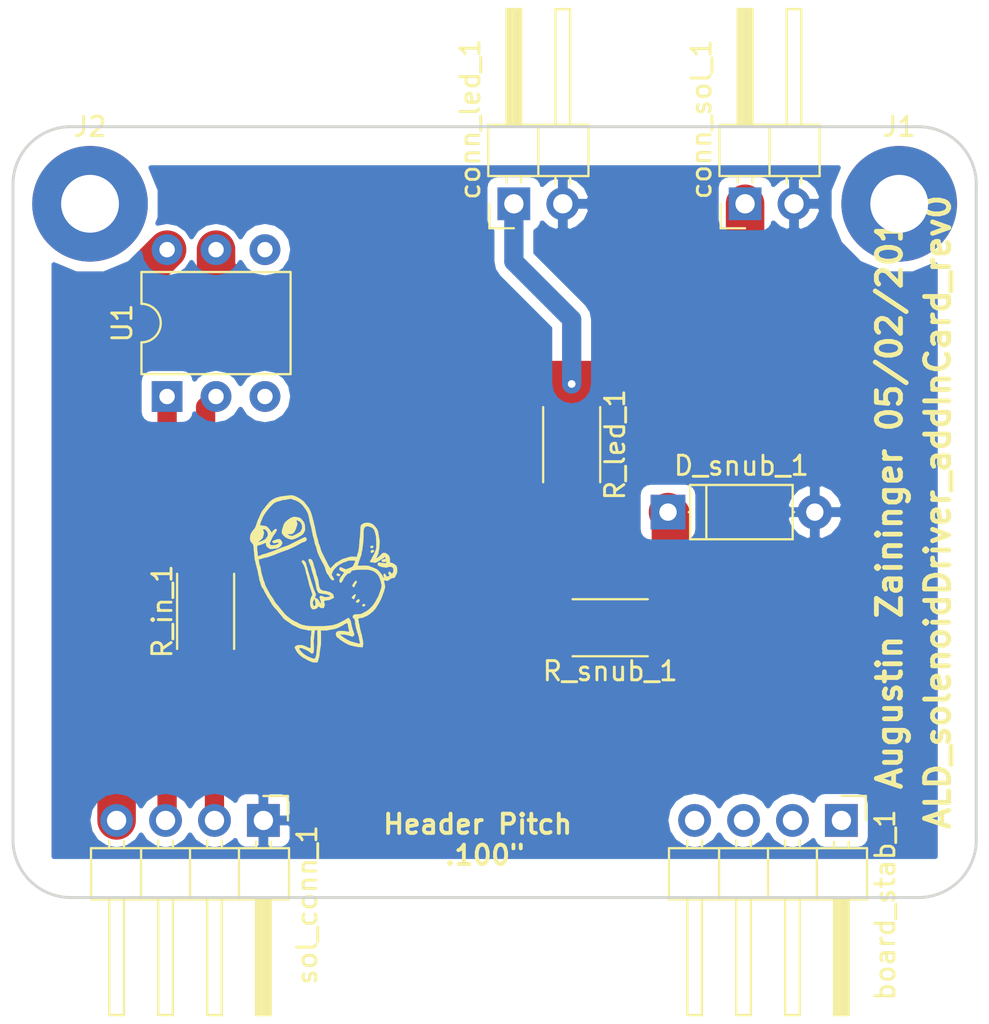
<source format=kicad_pcb>
(kicad_pcb (version 4) (host pcbnew 4.0.7)

  (general
    (links 12)
    (no_connects 0)
    (area 64.924999 79.924999 115.075001 120.075001)
    (thickness 1.6)
    (drawings 11)
    (tracks 22)
    (zones 0)
    (modules 12)
    (nets 9)
  )

  (page A4)
  (layers
    (0 F.Cu signal)
    (31 B.Cu signal)
    (32 B.Adhes user)
    (33 F.Adhes user)
    (34 B.Paste user)
    (35 F.Paste user)
    (36 B.SilkS user)
    (37 F.SilkS user)
    (38 B.Mask user)
    (39 F.Mask user)
    (40 Dwgs.User user)
    (41 Cmts.User user)
    (42 Eco1.User user)
    (43 Eco2.User user)
    (44 Edge.Cuts user)
    (45 Margin user)
    (46 B.CrtYd user)
    (47 F.CrtYd user)
    (48 B.Fab user)
    (49 F.Fab user)
  )

  (setup
    (last_trace_width 0.25)
    (user_trace_width 0.4)
    (user_trace_width 0.5)
    (user_trace_width 0.75)
    (user_trace_width 1)
    (user_trace_width 1.5)
    (user_trace_width 2)
    (trace_clearance 0.2)
    (zone_clearance 0.508)
    (zone_45_only no)
    (trace_min 0.2)
    (segment_width 0.2)
    (edge_width 0.15)
    (via_size 0.6)
    (via_drill 0.4)
    (via_min_size 0.4)
    (via_min_drill 0.3)
    (uvia_size 0.3)
    (uvia_drill 0.1)
    (uvias_allowed no)
    (uvia_min_size 0.2)
    (uvia_min_drill 0.1)
    (pcb_text_width 0.3)
    (pcb_text_size 1.5 1.5)
    (mod_edge_width 0.15)
    (mod_text_size 1 1)
    (mod_text_width 0.15)
    (pad_size 1.524 1.524)
    (pad_drill 0.762)
    (pad_to_mask_clearance 0.2)
    (aux_axis_origin 0 0)
    (visible_elements 7FFFFFFF)
    (pcbplotparams
      (layerselection 0x00030_80000001)
      (usegerberextensions false)
      (excludeedgelayer true)
      (linewidth 0.100000)
      (plotframeref false)
      (viasonmask false)
      (mode 1)
      (useauxorigin false)
      (hpglpennumber 1)
      (hpglpenspeed 20)
      (hpglpendiameter 15)
      (hpglpenoverlay 2)
      (psnegative false)
      (psa4output false)
      (plotreference true)
      (plotvalue true)
      (plotinvisibletext false)
      (padsonsilk false)
      (subtractmaskfromsilk false)
      (outputformat 1)
      (mirror false)
      (drillshape 1)
      (scaleselection 1)
      (outputdirectory ""))
  )

  (net 0 "")
  (net 1 "Net-(R_led_1-Pad1)")
  (net 2 GNDPWR)
  (net 3 "Net-(D_snub_1-Pad1)")
  (net 4 signal_in)
  (net 5 signal_gnd)
  (net 6 +24V)
  (net 7 optoIsolator_out)
  (net 8 "Net-(R_in_1-Pad2)")

  (net_class Default "This is the default net class."
    (clearance 0.2)
    (trace_width 0.25)
    (via_dia 0.6)
    (via_drill 0.4)
    (uvia_dia 0.3)
    (uvia_drill 0.1)
    (add_net +24V)
    (add_net GNDPWR)
    (add_net "Net-(D_snub_1-Pad1)")
    (add_net "Net-(R_in_1-Pad2)")
    (add_net "Net-(R_led_1-Pad1)")
    (add_net optoIsolator_out)
    (add_net signal_gnd)
    (add_net signal_in)
  )

  (module Pin_Headers:Pin_Header_Angled_1x04_Pitch2.54mm (layer F.Cu) (tedit 59650532) (tstamp 5A7873F7)
    (at 78 116 270)
    (descr "Through hole angled pin header, 1x04, 2.54mm pitch, 6mm pin length, single row")
    (tags "Through hole angled pin header THT 1x04 2.54mm single row")
    (path /5A786AF6)
    (fp_text reference sol_conn_1 (at 4.385 -2.27 270) (layer F.SilkS)
      (effects (font (size 1 1) (thickness 0.15)))
    )
    (fp_text value Conn_01x04 (at 4.385 9.89 270) (layer F.Fab)
      (effects (font (size 1 1) (thickness 0.15)))
    )
    (fp_line (start 2.135 -1.27) (end 4.04 -1.27) (layer F.Fab) (width 0.1))
    (fp_line (start 4.04 -1.27) (end 4.04 8.89) (layer F.Fab) (width 0.1))
    (fp_line (start 4.04 8.89) (end 1.5 8.89) (layer F.Fab) (width 0.1))
    (fp_line (start 1.5 8.89) (end 1.5 -0.635) (layer F.Fab) (width 0.1))
    (fp_line (start 1.5 -0.635) (end 2.135 -1.27) (layer F.Fab) (width 0.1))
    (fp_line (start -0.32 -0.32) (end 1.5 -0.32) (layer F.Fab) (width 0.1))
    (fp_line (start -0.32 -0.32) (end -0.32 0.32) (layer F.Fab) (width 0.1))
    (fp_line (start -0.32 0.32) (end 1.5 0.32) (layer F.Fab) (width 0.1))
    (fp_line (start 4.04 -0.32) (end 10.04 -0.32) (layer F.Fab) (width 0.1))
    (fp_line (start 10.04 -0.32) (end 10.04 0.32) (layer F.Fab) (width 0.1))
    (fp_line (start 4.04 0.32) (end 10.04 0.32) (layer F.Fab) (width 0.1))
    (fp_line (start -0.32 2.22) (end 1.5 2.22) (layer F.Fab) (width 0.1))
    (fp_line (start -0.32 2.22) (end -0.32 2.86) (layer F.Fab) (width 0.1))
    (fp_line (start -0.32 2.86) (end 1.5 2.86) (layer F.Fab) (width 0.1))
    (fp_line (start 4.04 2.22) (end 10.04 2.22) (layer F.Fab) (width 0.1))
    (fp_line (start 10.04 2.22) (end 10.04 2.86) (layer F.Fab) (width 0.1))
    (fp_line (start 4.04 2.86) (end 10.04 2.86) (layer F.Fab) (width 0.1))
    (fp_line (start -0.32 4.76) (end 1.5 4.76) (layer F.Fab) (width 0.1))
    (fp_line (start -0.32 4.76) (end -0.32 5.4) (layer F.Fab) (width 0.1))
    (fp_line (start -0.32 5.4) (end 1.5 5.4) (layer F.Fab) (width 0.1))
    (fp_line (start 4.04 4.76) (end 10.04 4.76) (layer F.Fab) (width 0.1))
    (fp_line (start 10.04 4.76) (end 10.04 5.4) (layer F.Fab) (width 0.1))
    (fp_line (start 4.04 5.4) (end 10.04 5.4) (layer F.Fab) (width 0.1))
    (fp_line (start -0.32 7.3) (end 1.5 7.3) (layer F.Fab) (width 0.1))
    (fp_line (start -0.32 7.3) (end -0.32 7.94) (layer F.Fab) (width 0.1))
    (fp_line (start -0.32 7.94) (end 1.5 7.94) (layer F.Fab) (width 0.1))
    (fp_line (start 4.04 7.3) (end 10.04 7.3) (layer F.Fab) (width 0.1))
    (fp_line (start 10.04 7.3) (end 10.04 7.94) (layer F.Fab) (width 0.1))
    (fp_line (start 4.04 7.94) (end 10.04 7.94) (layer F.Fab) (width 0.1))
    (fp_line (start 1.44 -1.33) (end 1.44 8.95) (layer F.SilkS) (width 0.12))
    (fp_line (start 1.44 8.95) (end 4.1 8.95) (layer F.SilkS) (width 0.12))
    (fp_line (start 4.1 8.95) (end 4.1 -1.33) (layer F.SilkS) (width 0.12))
    (fp_line (start 4.1 -1.33) (end 1.44 -1.33) (layer F.SilkS) (width 0.12))
    (fp_line (start 4.1 -0.38) (end 10.1 -0.38) (layer F.SilkS) (width 0.12))
    (fp_line (start 10.1 -0.38) (end 10.1 0.38) (layer F.SilkS) (width 0.12))
    (fp_line (start 10.1 0.38) (end 4.1 0.38) (layer F.SilkS) (width 0.12))
    (fp_line (start 4.1 -0.32) (end 10.1 -0.32) (layer F.SilkS) (width 0.12))
    (fp_line (start 4.1 -0.2) (end 10.1 -0.2) (layer F.SilkS) (width 0.12))
    (fp_line (start 4.1 -0.08) (end 10.1 -0.08) (layer F.SilkS) (width 0.12))
    (fp_line (start 4.1 0.04) (end 10.1 0.04) (layer F.SilkS) (width 0.12))
    (fp_line (start 4.1 0.16) (end 10.1 0.16) (layer F.SilkS) (width 0.12))
    (fp_line (start 4.1 0.28) (end 10.1 0.28) (layer F.SilkS) (width 0.12))
    (fp_line (start 1.11 -0.38) (end 1.44 -0.38) (layer F.SilkS) (width 0.12))
    (fp_line (start 1.11 0.38) (end 1.44 0.38) (layer F.SilkS) (width 0.12))
    (fp_line (start 1.44 1.27) (end 4.1 1.27) (layer F.SilkS) (width 0.12))
    (fp_line (start 4.1 2.16) (end 10.1 2.16) (layer F.SilkS) (width 0.12))
    (fp_line (start 10.1 2.16) (end 10.1 2.92) (layer F.SilkS) (width 0.12))
    (fp_line (start 10.1 2.92) (end 4.1 2.92) (layer F.SilkS) (width 0.12))
    (fp_line (start 1.042929 2.16) (end 1.44 2.16) (layer F.SilkS) (width 0.12))
    (fp_line (start 1.042929 2.92) (end 1.44 2.92) (layer F.SilkS) (width 0.12))
    (fp_line (start 1.44 3.81) (end 4.1 3.81) (layer F.SilkS) (width 0.12))
    (fp_line (start 4.1 4.7) (end 10.1 4.7) (layer F.SilkS) (width 0.12))
    (fp_line (start 10.1 4.7) (end 10.1 5.46) (layer F.SilkS) (width 0.12))
    (fp_line (start 10.1 5.46) (end 4.1 5.46) (layer F.SilkS) (width 0.12))
    (fp_line (start 1.042929 4.7) (end 1.44 4.7) (layer F.SilkS) (width 0.12))
    (fp_line (start 1.042929 5.46) (end 1.44 5.46) (layer F.SilkS) (width 0.12))
    (fp_line (start 1.44 6.35) (end 4.1 6.35) (layer F.SilkS) (width 0.12))
    (fp_line (start 4.1 7.24) (end 10.1 7.24) (layer F.SilkS) (width 0.12))
    (fp_line (start 10.1 7.24) (end 10.1 8) (layer F.SilkS) (width 0.12))
    (fp_line (start 10.1 8) (end 4.1 8) (layer F.SilkS) (width 0.12))
    (fp_line (start 1.042929 7.24) (end 1.44 7.24) (layer F.SilkS) (width 0.12))
    (fp_line (start 1.042929 8) (end 1.44 8) (layer F.SilkS) (width 0.12))
    (fp_line (start -1.27 0) (end -1.27 -1.27) (layer F.SilkS) (width 0.12))
    (fp_line (start -1.27 -1.27) (end 0 -1.27) (layer F.SilkS) (width 0.12))
    (fp_line (start -1.8 -1.8) (end -1.8 9.4) (layer F.CrtYd) (width 0.05))
    (fp_line (start -1.8 9.4) (end 10.55 9.4) (layer F.CrtYd) (width 0.05))
    (fp_line (start 10.55 9.4) (end 10.55 -1.8) (layer F.CrtYd) (width 0.05))
    (fp_line (start 10.55 -1.8) (end -1.8 -1.8) (layer F.CrtYd) (width 0.05))
    (fp_text user %R (at 2.77 3.81 360) (layer F.Fab)
      (effects (font (size 1 1) (thickness 0.15)))
    )
    (pad 1 thru_hole rect (at 0 0 270) (size 1.7 1.7) (drill 1) (layers *.Cu *.Mask)
      (net 2 GNDPWR))
    (pad 2 thru_hole oval (at 0 2.54 270) (size 1.7 1.7) (drill 1) (layers *.Cu *.Mask)
      (net 5 signal_gnd))
    (pad 3 thru_hole oval (at 0 5.08 270) (size 1.7 1.7) (drill 1) (layers *.Cu *.Mask)
      (net 4 signal_in))
    (pad 4 thru_hole oval (at 0 7.62 270) (size 1.7 1.7) (drill 1) (layers *.Cu *.Mask)
      (net 6 +24V))
    (model ${KISYS3DMOD}/Pin_Headers.3dshapes/Pin_Header_Angled_1x04_Pitch2.54mm.wrl
      (at (xyz 0 0 0))
      (scale (xyz 1 1 1))
      (rotate (xyz 0 0 0))
    )
  )

  (module Pin_Headers:Pin_Header_Angled_1x04_Pitch2.54mm (layer F.Cu) (tedit 59650532) (tstamp 5A7873CB)
    (at 108 116 270)
    (descr "Through hole angled pin header, 1x04, 2.54mm pitch, 6mm pin length, single row")
    (tags "Through hole angled pin header THT 1x04 2.54mm single row")
    (path /5A786B8A)
    (fp_text reference board_stab_1 (at 4.385 -2.27 270) (layer F.SilkS)
      (effects (font (size 1 1) (thickness 0.15)))
    )
    (fp_text value Conn_01x04 (at 4.385 9.89 270) (layer F.Fab)
      (effects (font (size 1 1) (thickness 0.15)))
    )
    (fp_line (start 2.135 -1.27) (end 4.04 -1.27) (layer F.Fab) (width 0.1))
    (fp_line (start 4.04 -1.27) (end 4.04 8.89) (layer F.Fab) (width 0.1))
    (fp_line (start 4.04 8.89) (end 1.5 8.89) (layer F.Fab) (width 0.1))
    (fp_line (start 1.5 8.89) (end 1.5 -0.635) (layer F.Fab) (width 0.1))
    (fp_line (start 1.5 -0.635) (end 2.135 -1.27) (layer F.Fab) (width 0.1))
    (fp_line (start -0.32 -0.32) (end 1.5 -0.32) (layer F.Fab) (width 0.1))
    (fp_line (start -0.32 -0.32) (end -0.32 0.32) (layer F.Fab) (width 0.1))
    (fp_line (start -0.32 0.32) (end 1.5 0.32) (layer F.Fab) (width 0.1))
    (fp_line (start 4.04 -0.32) (end 10.04 -0.32) (layer F.Fab) (width 0.1))
    (fp_line (start 10.04 -0.32) (end 10.04 0.32) (layer F.Fab) (width 0.1))
    (fp_line (start 4.04 0.32) (end 10.04 0.32) (layer F.Fab) (width 0.1))
    (fp_line (start -0.32 2.22) (end 1.5 2.22) (layer F.Fab) (width 0.1))
    (fp_line (start -0.32 2.22) (end -0.32 2.86) (layer F.Fab) (width 0.1))
    (fp_line (start -0.32 2.86) (end 1.5 2.86) (layer F.Fab) (width 0.1))
    (fp_line (start 4.04 2.22) (end 10.04 2.22) (layer F.Fab) (width 0.1))
    (fp_line (start 10.04 2.22) (end 10.04 2.86) (layer F.Fab) (width 0.1))
    (fp_line (start 4.04 2.86) (end 10.04 2.86) (layer F.Fab) (width 0.1))
    (fp_line (start -0.32 4.76) (end 1.5 4.76) (layer F.Fab) (width 0.1))
    (fp_line (start -0.32 4.76) (end -0.32 5.4) (layer F.Fab) (width 0.1))
    (fp_line (start -0.32 5.4) (end 1.5 5.4) (layer F.Fab) (width 0.1))
    (fp_line (start 4.04 4.76) (end 10.04 4.76) (layer F.Fab) (width 0.1))
    (fp_line (start 10.04 4.76) (end 10.04 5.4) (layer F.Fab) (width 0.1))
    (fp_line (start 4.04 5.4) (end 10.04 5.4) (layer F.Fab) (width 0.1))
    (fp_line (start -0.32 7.3) (end 1.5 7.3) (layer F.Fab) (width 0.1))
    (fp_line (start -0.32 7.3) (end -0.32 7.94) (layer F.Fab) (width 0.1))
    (fp_line (start -0.32 7.94) (end 1.5 7.94) (layer F.Fab) (width 0.1))
    (fp_line (start 4.04 7.3) (end 10.04 7.3) (layer F.Fab) (width 0.1))
    (fp_line (start 10.04 7.3) (end 10.04 7.94) (layer F.Fab) (width 0.1))
    (fp_line (start 4.04 7.94) (end 10.04 7.94) (layer F.Fab) (width 0.1))
    (fp_line (start 1.44 -1.33) (end 1.44 8.95) (layer F.SilkS) (width 0.12))
    (fp_line (start 1.44 8.95) (end 4.1 8.95) (layer F.SilkS) (width 0.12))
    (fp_line (start 4.1 8.95) (end 4.1 -1.33) (layer F.SilkS) (width 0.12))
    (fp_line (start 4.1 -1.33) (end 1.44 -1.33) (layer F.SilkS) (width 0.12))
    (fp_line (start 4.1 -0.38) (end 10.1 -0.38) (layer F.SilkS) (width 0.12))
    (fp_line (start 10.1 -0.38) (end 10.1 0.38) (layer F.SilkS) (width 0.12))
    (fp_line (start 10.1 0.38) (end 4.1 0.38) (layer F.SilkS) (width 0.12))
    (fp_line (start 4.1 -0.32) (end 10.1 -0.32) (layer F.SilkS) (width 0.12))
    (fp_line (start 4.1 -0.2) (end 10.1 -0.2) (layer F.SilkS) (width 0.12))
    (fp_line (start 4.1 -0.08) (end 10.1 -0.08) (layer F.SilkS) (width 0.12))
    (fp_line (start 4.1 0.04) (end 10.1 0.04) (layer F.SilkS) (width 0.12))
    (fp_line (start 4.1 0.16) (end 10.1 0.16) (layer F.SilkS) (width 0.12))
    (fp_line (start 4.1 0.28) (end 10.1 0.28) (layer F.SilkS) (width 0.12))
    (fp_line (start 1.11 -0.38) (end 1.44 -0.38) (layer F.SilkS) (width 0.12))
    (fp_line (start 1.11 0.38) (end 1.44 0.38) (layer F.SilkS) (width 0.12))
    (fp_line (start 1.44 1.27) (end 4.1 1.27) (layer F.SilkS) (width 0.12))
    (fp_line (start 4.1 2.16) (end 10.1 2.16) (layer F.SilkS) (width 0.12))
    (fp_line (start 10.1 2.16) (end 10.1 2.92) (layer F.SilkS) (width 0.12))
    (fp_line (start 10.1 2.92) (end 4.1 2.92) (layer F.SilkS) (width 0.12))
    (fp_line (start 1.042929 2.16) (end 1.44 2.16) (layer F.SilkS) (width 0.12))
    (fp_line (start 1.042929 2.92) (end 1.44 2.92) (layer F.SilkS) (width 0.12))
    (fp_line (start 1.44 3.81) (end 4.1 3.81) (layer F.SilkS) (width 0.12))
    (fp_line (start 4.1 4.7) (end 10.1 4.7) (layer F.SilkS) (width 0.12))
    (fp_line (start 10.1 4.7) (end 10.1 5.46) (layer F.SilkS) (width 0.12))
    (fp_line (start 10.1 5.46) (end 4.1 5.46) (layer F.SilkS) (width 0.12))
    (fp_line (start 1.042929 4.7) (end 1.44 4.7) (layer F.SilkS) (width 0.12))
    (fp_line (start 1.042929 5.46) (end 1.44 5.46) (layer F.SilkS) (width 0.12))
    (fp_line (start 1.44 6.35) (end 4.1 6.35) (layer F.SilkS) (width 0.12))
    (fp_line (start 4.1 7.24) (end 10.1 7.24) (layer F.SilkS) (width 0.12))
    (fp_line (start 10.1 7.24) (end 10.1 8) (layer F.SilkS) (width 0.12))
    (fp_line (start 10.1 8) (end 4.1 8) (layer F.SilkS) (width 0.12))
    (fp_line (start 1.042929 7.24) (end 1.44 7.24) (layer F.SilkS) (width 0.12))
    (fp_line (start 1.042929 8) (end 1.44 8) (layer F.SilkS) (width 0.12))
    (fp_line (start -1.27 0) (end -1.27 -1.27) (layer F.SilkS) (width 0.12))
    (fp_line (start -1.27 -1.27) (end 0 -1.27) (layer F.SilkS) (width 0.12))
    (fp_line (start -1.8 -1.8) (end -1.8 9.4) (layer F.CrtYd) (width 0.05))
    (fp_line (start -1.8 9.4) (end 10.55 9.4) (layer F.CrtYd) (width 0.05))
    (fp_line (start 10.55 9.4) (end 10.55 -1.8) (layer F.CrtYd) (width 0.05))
    (fp_line (start 10.55 -1.8) (end -1.8 -1.8) (layer F.CrtYd) (width 0.05))
    (fp_text user %R (at 2.77 3.81 360) (layer F.Fab)
      (effects (font (size 1 1) (thickness 0.15)))
    )
    (pad 1 thru_hole rect (at 0 0 270) (size 1.7 1.7) (drill 1) (layers *.Cu *.Mask))
    (pad 2 thru_hole oval (at 0 2.54 270) (size 1.7 1.7) (drill 1) (layers *.Cu *.Mask))
    (pad 3 thru_hole oval (at 0 5.08 270) (size 1.7 1.7) (drill 1) (layers *.Cu *.Mask))
    (pad 4 thru_hole oval (at 0 7.62 270) (size 1.7 1.7) (drill 1) (layers *.Cu *.Mask))
    (model ${KISYS3DMOD}/Pin_Headers.3dshapes/Pin_Header_Angled_1x04_Pitch2.54mm.wrl
      (at (xyz 0 0 0))
      (scale (xyz 1 1 1))
      (rotate (xyz 0 0 0))
    )
  )

  (module Pin_Headers:Pin_Header_Angled_1x02_Pitch2.54mm (layer F.Cu) (tedit 59650532) (tstamp 5A7873D1)
    (at 91 84 90)
    (descr "Through hole angled pin header, 1x02, 2.54mm pitch, 6mm pin length, single row")
    (tags "Through hole angled pin header THT 1x02 2.54mm single row")
    (path /5A7873ED)
    (fp_text reference conn_led_1 (at 4.385 -2.27 90) (layer F.SilkS)
      (effects (font (size 1 1) (thickness 0.15)))
    )
    (fp_text value Conn_01x02 (at 4.385 4.81 90) (layer F.Fab)
      (effects (font (size 1 1) (thickness 0.15)))
    )
    (fp_line (start 2.135 -1.27) (end 4.04 -1.27) (layer F.Fab) (width 0.1))
    (fp_line (start 4.04 -1.27) (end 4.04 3.81) (layer F.Fab) (width 0.1))
    (fp_line (start 4.04 3.81) (end 1.5 3.81) (layer F.Fab) (width 0.1))
    (fp_line (start 1.5 3.81) (end 1.5 -0.635) (layer F.Fab) (width 0.1))
    (fp_line (start 1.5 -0.635) (end 2.135 -1.27) (layer F.Fab) (width 0.1))
    (fp_line (start -0.32 -0.32) (end 1.5 -0.32) (layer F.Fab) (width 0.1))
    (fp_line (start -0.32 -0.32) (end -0.32 0.32) (layer F.Fab) (width 0.1))
    (fp_line (start -0.32 0.32) (end 1.5 0.32) (layer F.Fab) (width 0.1))
    (fp_line (start 4.04 -0.32) (end 10.04 -0.32) (layer F.Fab) (width 0.1))
    (fp_line (start 10.04 -0.32) (end 10.04 0.32) (layer F.Fab) (width 0.1))
    (fp_line (start 4.04 0.32) (end 10.04 0.32) (layer F.Fab) (width 0.1))
    (fp_line (start -0.32 2.22) (end 1.5 2.22) (layer F.Fab) (width 0.1))
    (fp_line (start -0.32 2.22) (end -0.32 2.86) (layer F.Fab) (width 0.1))
    (fp_line (start -0.32 2.86) (end 1.5 2.86) (layer F.Fab) (width 0.1))
    (fp_line (start 4.04 2.22) (end 10.04 2.22) (layer F.Fab) (width 0.1))
    (fp_line (start 10.04 2.22) (end 10.04 2.86) (layer F.Fab) (width 0.1))
    (fp_line (start 4.04 2.86) (end 10.04 2.86) (layer F.Fab) (width 0.1))
    (fp_line (start 1.44 -1.33) (end 1.44 3.87) (layer F.SilkS) (width 0.12))
    (fp_line (start 1.44 3.87) (end 4.1 3.87) (layer F.SilkS) (width 0.12))
    (fp_line (start 4.1 3.87) (end 4.1 -1.33) (layer F.SilkS) (width 0.12))
    (fp_line (start 4.1 -1.33) (end 1.44 -1.33) (layer F.SilkS) (width 0.12))
    (fp_line (start 4.1 -0.38) (end 10.1 -0.38) (layer F.SilkS) (width 0.12))
    (fp_line (start 10.1 -0.38) (end 10.1 0.38) (layer F.SilkS) (width 0.12))
    (fp_line (start 10.1 0.38) (end 4.1 0.38) (layer F.SilkS) (width 0.12))
    (fp_line (start 4.1 -0.32) (end 10.1 -0.32) (layer F.SilkS) (width 0.12))
    (fp_line (start 4.1 -0.2) (end 10.1 -0.2) (layer F.SilkS) (width 0.12))
    (fp_line (start 4.1 -0.08) (end 10.1 -0.08) (layer F.SilkS) (width 0.12))
    (fp_line (start 4.1 0.04) (end 10.1 0.04) (layer F.SilkS) (width 0.12))
    (fp_line (start 4.1 0.16) (end 10.1 0.16) (layer F.SilkS) (width 0.12))
    (fp_line (start 4.1 0.28) (end 10.1 0.28) (layer F.SilkS) (width 0.12))
    (fp_line (start 1.11 -0.38) (end 1.44 -0.38) (layer F.SilkS) (width 0.12))
    (fp_line (start 1.11 0.38) (end 1.44 0.38) (layer F.SilkS) (width 0.12))
    (fp_line (start 1.44 1.27) (end 4.1 1.27) (layer F.SilkS) (width 0.12))
    (fp_line (start 4.1 2.16) (end 10.1 2.16) (layer F.SilkS) (width 0.12))
    (fp_line (start 10.1 2.16) (end 10.1 2.92) (layer F.SilkS) (width 0.12))
    (fp_line (start 10.1 2.92) (end 4.1 2.92) (layer F.SilkS) (width 0.12))
    (fp_line (start 1.042929 2.16) (end 1.44 2.16) (layer F.SilkS) (width 0.12))
    (fp_line (start 1.042929 2.92) (end 1.44 2.92) (layer F.SilkS) (width 0.12))
    (fp_line (start -1.27 0) (end -1.27 -1.27) (layer F.SilkS) (width 0.12))
    (fp_line (start -1.27 -1.27) (end 0 -1.27) (layer F.SilkS) (width 0.12))
    (fp_line (start -1.8 -1.8) (end -1.8 4.35) (layer F.CrtYd) (width 0.05))
    (fp_line (start -1.8 4.35) (end 10.55 4.35) (layer F.CrtYd) (width 0.05))
    (fp_line (start 10.55 4.35) (end 10.55 -1.8) (layer F.CrtYd) (width 0.05))
    (fp_line (start 10.55 -1.8) (end -1.8 -1.8) (layer F.CrtYd) (width 0.05))
    (fp_text user %R (at 2.77 1.27 180) (layer F.Fab)
      (effects (font (size 1 1) (thickness 0.15)))
    )
    (pad 1 thru_hole rect (at 0 0 90) (size 1.7 1.7) (drill 1) (layers *.Cu *.Mask)
      (net 1 "Net-(R_led_1-Pad1)"))
    (pad 2 thru_hole oval (at 0 2.54 90) (size 1.7 1.7) (drill 1) (layers *.Cu *.Mask)
      (net 2 GNDPWR))
    (model ${KISYS3DMOD}/Pin_Headers.3dshapes/Pin_Header_Angled_1x02_Pitch2.54mm.wrl
      (at (xyz 0 0 0))
      (scale (xyz 1 1 1))
      (rotate (xyz 0 0 0))
    )
  )

  (module Pin_Headers:Pin_Header_Angled_1x02_Pitch2.54mm (layer F.Cu) (tedit 59650532) (tstamp 5A7873D7)
    (at 103 84 90)
    (descr "Through hole angled pin header, 1x02, 2.54mm pitch, 6mm pin length, single row")
    (tags "Through hole angled pin header THT 1x02 2.54mm single row")
    (path /5A7874A7)
    (fp_text reference conn_sol_1 (at 4.385 -2.27 90) (layer F.SilkS)
      (effects (font (size 1 1) (thickness 0.15)))
    )
    (fp_text value Conn_01x02 (at 4.385 4.81 90) (layer F.Fab)
      (effects (font (size 1 1) (thickness 0.15)))
    )
    (fp_line (start 2.135 -1.27) (end 4.04 -1.27) (layer F.Fab) (width 0.1))
    (fp_line (start 4.04 -1.27) (end 4.04 3.81) (layer F.Fab) (width 0.1))
    (fp_line (start 4.04 3.81) (end 1.5 3.81) (layer F.Fab) (width 0.1))
    (fp_line (start 1.5 3.81) (end 1.5 -0.635) (layer F.Fab) (width 0.1))
    (fp_line (start 1.5 -0.635) (end 2.135 -1.27) (layer F.Fab) (width 0.1))
    (fp_line (start -0.32 -0.32) (end 1.5 -0.32) (layer F.Fab) (width 0.1))
    (fp_line (start -0.32 -0.32) (end -0.32 0.32) (layer F.Fab) (width 0.1))
    (fp_line (start -0.32 0.32) (end 1.5 0.32) (layer F.Fab) (width 0.1))
    (fp_line (start 4.04 -0.32) (end 10.04 -0.32) (layer F.Fab) (width 0.1))
    (fp_line (start 10.04 -0.32) (end 10.04 0.32) (layer F.Fab) (width 0.1))
    (fp_line (start 4.04 0.32) (end 10.04 0.32) (layer F.Fab) (width 0.1))
    (fp_line (start -0.32 2.22) (end 1.5 2.22) (layer F.Fab) (width 0.1))
    (fp_line (start -0.32 2.22) (end -0.32 2.86) (layer F.Fab) (width 0.1))
    (fp_line (start -0.32 2.86) (end 1.5 2.86) (layer F.Fab) (width 0.1))
    (fp_line (start 4.04 2.22) (end 10.04 2.22) (layer F.Fab) (width 0.1))
    (fp_line (start 10.04 2.22) (end 10.04 2.86) (layer F.Fab) (width 0.1))
    (fp_line (start 4.04 2.86) (end 10.04 2.86) (layer F.Fab) (width 0.1))
    (fp_line (start 1.44 -1.33) (end 1.44 3.87) (layer F.SilkS) (width 0.12))
    (fp_line (start 1.44 3.87) (end 4.1 3.87) (layer F.SilkS) (width 0.12))
    (fp_line (start 4.1 3.87) (end 4.1 -1.33) (layer F.SilkS) (width 0.12))
    (fp_line (start 4.1 -1.33) (end 1.44 -1.33) (layer F.SilkS) (width 0.12))
    (fp_line (start 4.1 -0.38) (end 10.1 -0.38) (layer F.SilkS) (width 0.12))
    (fp_line (start 10.1 -0.38) (end 10.1 0.38) (layer F.SilkS) (width 0.12))
    (fp_line (start 10.1 0.38) (end 4.1 0.38) (layer F.SilkS) (width 0.12))
    (fp_line (start 4.1 -0.32) (end 10.1 -0.32) (layer F.SilkS) (width 0.12))
    (fp_line (start 4.1 -0.2) (end 10.1 -0.2) (layer F.SilkS) (width 0.12))
    (fp_line (start 4.1 -0.08) (end 10.1 -0.08) (layer F.SilkS) (width 0.12))
    (fp_line (start 4.1 0.04) (end 10.1 0.04) (layer F.SilkS) (width 0.12))
    (fp_line (start 4.1 0.16) (end 10.1 0.16) (layer F.SilkS) (width 0.12))
    (fp_line (start 4.1 0.28) (end 10.1 0.28) (layer F.SilkS) (width 0.12))
    (fp_line (start 1.11 -0.38) (end 1.44 -0.38) (layer F.SilkS) (width 0.12))
    (fp_line (start 1.11 0.38) (end 1.44 0.38) (layer F.SilkS) (width 0.12))
    (fp_line (start 1.44 1.27) (end 4.1 1.27) (layer F.SilkS) (width 0.12))
    (fp_line (start 4.1 2.16) (end 10.1 2.16) (layer F.SilkS) (width 0.12))
    (fp_line (start 10.1 2.16) (end 10.1 2.92) (layer F.SilkS) (width 0.12))
    (fp_line (start 10.1 2.92) (end 4.1 2.92) (layer F.SilkS) (width 0.12))
    (fp_line (start 1.042929 2.16) (end 1.44 2.16) (layer F.SilkS) (width 0.12))
    (fp_line (start 1.042929 2.92) (end 1.44 2.92) (layer F.SilkS) (width 0.12))
    (fp_line (start -1.27 0) (end -1.27 -1.27) (layer F.SilkS) (width 0.12))
    (fp_line (start -1.27 -1.27) (end 0 -1.27) (layer F.SilkS) (width 0.12))
    (fp_line (start -1.8 -1.8) (end -1.8 4.35) (layer F.CrtYd) (width 0.05))
    (fp_line (start -1.8 4.35) (end 10.55 4.35) (layer F.CrtYd) (width 0.05))
    (fp_line (start 10.55 4.35) (end 10.55 -1.8) (layer F.CrtYd) (width 0.05))
    (fp_line (start 10.55 -1.8) (end -1.8 -1.8) (layer F.CrtYd) (width 0.05))
    (fp_text user %R (at 2.77 1.27 180) (layer F.Fab)
      (effects (font (size 1 1) (thickness 0.15)))
    )
    (pad 1 thru_hole rect (at 0 0 90) (size 1.7 1.7) (drill 1) (layers *.Cu *.Mask)
      (net 7 optoIsolator_out))
    (pad 2 thru_hole oval (at 0 2.54 90) (size 1.7 1.7) (drill 1) (layers *.Cu *.Mask)
      (net 2 GNDPWR))
    (model ${KISYS3DMOD}/Pin_Headers.3dshapes/Pin_Header_Angled_1x02_Pitch2.54mm.wrl
      (at (xyz 0 0 0))
      (scale (xyz 1 1 1))
      (rotate (xyz 0 0 0))
    )
  )

  (module Diodes_THT:D_A-405_P7.62mm_Horizontal (layer F.Cu) (tedit 5921392E) (tstamp 5A7873DD)
    (at 99 100)
    (descr "D, A-405 series, Axial, Horizontal, pin pitch=7.62mm, , length*diameter=5.2*2.7mm^2, , http://www.diodes.com/_files/packages/A-405.pdf")
    (tags "D A-405 series Axial Horizontal pin pitch 7.62mm  length 5.2mm diameter 2.7mm")
    (path /5A7872E2)
    (fp_text reference D_snub_1 (at 3.81 -2.41) (layer F.SilkS)
      (effects (font (size 1 1) (thickness 0.15)))
    )
    (fp_text value D (at 3.81 2.41) (layer F.Fab)
      (effects (font (size 1 1) (thickness 0.15)))
    )
    (fp_text user %R (at 3.81 0) (layer F.Fab)
      (effects (font (size 1 1) (thickness 0.15)))
    )
    (fp_line (start 1.21 -1.35) (end 1.21 1.35) (layer F.Fab) (width 0.1))
    (fp_line (start 1.21 1.35) (end 6.41 1.35) (layer F.Fab) (width 0.1))
    (fp_line (start 6.41 1.35) (end 6.41 -1.35) (layer F.Fab) (width 0.1))
    (fp_line (start 6.41 -1.35) (end 1.21 -1.35) (layer F.Fab) (width 0.1))
    (fp_line (start 0 0) (end 1.21 0) (layer F.Fab) (width 0.1))
    (fp_line (start 7.62 0) (end 6.41 0) (layer F.Fab) (width 0.1))
    (fp_line (start 1.99 -1.35) (end 1.99 1.35) (layer F.Fab) (width 0.1))
    (fp_line (start 1.15 -1.41) (end 1.15 1.41) (layer F.SilkS) (width 0.12))
    (fp_line (start 1.15 1.41) (end 6.47 1.41) (layer F.SilkS) (width 0.12))
    (fp_line (start 6.47 1.41) (end 6.47 -1.41) (layer F.SilkS) (width 0.12))
    (fp_line (start 6.47 -1.41) (end 1.15 -1.41) (layer F.SilkS) (width 0.12))
    (fp_line (start 1.08 0) (end 1.15 0) (layer F.SilkS) (width 0.12))
    (fp_line (start 6.54 0) (end 6.47 0) (layer F.SilkS) (width 0.12))
    (fp_line (start 1.99 -1.41) (end 1.99 1.41) (layer F.SilkS) (width 0.12))
    (fp_line (start -1.15 -1.7) (end -1.15 1.7) (layer F.CrtYd) (width 0.05))
    (fp_line (start -1.15 1.7) (end 8.8 1.7) (layer F.CrtYd) (width 0.05))
    (fp_line (start 8.8 1.7) (end 8.8 -1.7) (layer F.CrtYd) (width 0.05))
    (fp_line (start 8.8 -1.7) (end -1.15 -1.7) (layer F.CrtYd) (width 0.05))
    (pad 1 thru_hole rect (at 0 0) (size 1.8 1.8) (drill 0.9) (layers *.Cu *.Mask)
      (net 3 "Net-(D_snub_1-Pad1)"))
    (pad 2 thru_hole oval (at 7.62 0) (size 1.8 1.8) (drill 0.9) (layers *.Cu *.Mask)
      (net 2 GNDPWR))
    (model ${KISYS3DMOD}/Diodes_THT.3dshapes/D_A-405_P7.62mm_Horizontal.wrl
      (at (xyz 0 0 0))
      (scale (xyz 0.393701 0.393701 0.393701))
      (rotate (xyz 0 0 0))
    )
  )

  (module Housings_DIP:DIP-6_W7.62mm (layer F.Cu) (tedit 59C78D6B) (tstamp 5A787401)
    (at 73 94 90)
    (descr "6-lead though-hole mounted DIP package, row spacing 7.62 mm (300 mils)")
    (tags "THT DIP DIL PDIP 2.54mm 7.62mm 300mil")
    (path /5A786E50)
    (fp_text reference U1 (at 3.81 -2.33 90) (layer F.SilkS)
      (effects (font (size 1 1) (thickness 0.15)))
    )
    (fp_text value ASSR-1611 (at 3.81 7.41 90) (layer F.Fab)
      (effects (font (size 1 1) (thickness 0.15)))
    )
    (fp_arc (start 3.81 -1.33) (end 2.81 -1.33) (angle -180) (layer F.SilkS) (width 0.12))
    (fp_line (start 1.635 -1.27) (end 6.985 -1.27) (layer F.Fab) (width 0.1))
    (fp_line (start 6.985 -1.27) (end 6.985 6.35) (layer F.Fab) (width 0.1))
    (fp_line (start 6.985 6.35) (end 0.635 6.35) (layer F.Fab) (width 0.1))
    (fp_line (start 0.635 6.35) (end 0.635 -0.27) (layer F.Fab) (width 0.1))
    (fp_line (start 0.635 -0.27) (end 1.635 -1.27) (layer F.Fab) (width 0.1))
    (fp_line (start 2.81 -1.33) (end 1.16 -1.33) (layer F.SilkS) (width 0.12))
    (fp_line (start 1.16 -1.33) (end 1.16 6.41) (layer F.SilkS) (width 0.12))
    (fp_line (start 1.16 6.41) (end 6.46 6.41) (layer F.SilkS) (width 0.12))
    (fp_line (start 6.46 6.41) (end 6.46 -1.33) (layer F.SilkS) (width 0.12))
    (fp_line (start 6.46 -1.33) (end 4.81 -1.33) (layer F.SilkS) (width 0.12))
    (fp_line (start -1.1 -1.55) (end -1.1 6.6) (layer F.CrtYd) (width 0.05))
    (fp_line (start -1.1 6.6) (end 8.7 6.6) (layer F.CrtYd) (width 0.05))
    (fp_line (start 8.7 6.6) (end 8.7 -1.55) (layer F.CrtYd) (width 0.05))
    (fp_line (start 8.7 -1.55) (end -1.1 -1.55) (layer F.CrtYd) (width 0.05))
    (fp_text user %R (at 3.81 2.54 90) (layer F.Fab)
      (effects (font (size 1 1) (thickness 0.15)))
    )
    (pad 1 thru_hole rect (at 0 0 90) (size 1.6 1.6) (drill 0.8) (layers *.Cu *.Mask)
      (net 4 signal_in))
    (pad 4 thru_hole oval (at 7.62 5.08 90) (size 1.6 1.6) (drill 0.8) (layers *.Cu *.Mask))
    (pad 2 thru_hole oval (at 0 2.54 90) (size 1.6 1.6) (drill 0.8) (layers *.Cu *.Mask)
      (net 8 "Net-(R_in_1-Pad2)"))
    (pad 5 thru_hole oval (at 7.62 2.54 90) (size 1.6 1.6) (drill 0.8) (layers *.Cu *.Mask)
      (net 7 optoIsolator_out))
    (pad 3 thru_hole oval (at 0 5.08 90) (size 1.6 1.6) (drill 0.8) (layers *.Cu *.Mask))
    (pad 6 thru_hole oval (at 7.62 0 90) (size 1.6 1.6) (drill 0.8) (layers *.Cu *.Mask)
      (net 6 +24V))
    (model ${KISYS3DMOD}/Housings_DIP.3dshapes/DIP-6_W7.62mm.wrl
      (at (xyz 0 0 0))
      (scale (xyz 1 1 1))
      (rotate (xyz 0 0 0))
    )
  )

  (module ALD_custom:dickbutt_8-8x15-7mm (layer F.Cu) (tedit 5A78B4A4) (tstamp 5A78B4E8)
    (at 81 103.5)
    (fp_text reference G*** (at 0.5 -7) (layer F.SilkS) hide
      (effects (font (thickness 0.3)))
    )
    (fp_text value LOGO (at 1 -5.5) (layer F.SilkS) hide
      (effects (font (thickness 0.3)))
    )
    (fp_poly (pts (xy -1.500189 -4.367466) (xy -1.454689 -4.360332) (xy -1.411317 -4.348367) (xy -1.366374 -4.331371)
      (xy -1.316162 -4.309142) (xy -1.256982 -4.281481) (xy -1.249483 -4.277966) (xy -1.17737 -4.240073)
      (xy -1.100911 -4.192931) (xy -1.025339 -4.140504) (xy -0.955887 -4.086755) (xy -0.897788 -4.035648)
      (xy -0.856274 -3.991146) (xy -0.841221 -3.968727) (xy -0.81736 -3.933297) (xy -0.784312 -3.89533)
      (xy -0.777371 -3.888499) (xy -0.750363 -3.859742) (xy -0.735068 -3.837485) (xy -0.733777 -3.832826)
      (xy -0.724782 -3.814171) (xy -0.702563 -3.786196) (xy -0.696722 -3.779922) (xy -0.668559 -3.748065)
      (xy -0.644422 -3.713651) (xy -0.619661 -3.669074) (xy -0.58963 -3.60673) (xy -0.585747 -3.598333)
      (xy -0.564064 -3.55224) (xy -0.54526 -3.513839) (xy -0.53603 -3.496219) (xy -0.523945 -3.461009)
      (xy -0.522111 -3.444135) (xy -0.515674 -3.417042) (xy -0.508 -3.407833) (xy -0.497159 -3.388422)
      (xy -0.493888 -3.363966) (xy -0.487332 -3.326474) (xy -0.471567 -3.285655) (xy -0.47155 -3.285623)
      (xy -0.455914 -3.243775) (xy -0.444212 -3.192175) (xy -0.44215 -3.176962) (xy -0.433497 -3.126396)
      (xy -0.420516 -3.080052) (xy -0.4162 -3.069166) (xy -0.40046 -3.023701) (xy -0.390162 -2.977444)
      (xy -0.375388 -2.893532) (xy -0.358729 -2.830874) (xy -0.352777 -2.815166) (xy -0.341268 -2.778837)
      (xy -0.327255 -2.720004) (xy -0.31189 -2.644148) (xy -0.296325 -2.55675) (xy -0.289037 -2.511777)
      (xy -0.282206 -2.475967) (xy -0.271784 -2.428912) (xy -0.267981 -2.413) (xy -0.255268 -2.358648)
      (xy -0.243308 -2.303899) (xy -0.241081 -2.293055) (xy -0.230892 -2.252183) (xy -0.214387 -2.195883)
      (xy -0.194852 -2.135265) (xy -0.191627 -2.125796) (xy -0.1721 -2.062543) (xy -0.155979 -1.998678)
      (xy -0.146439 -1.946947) (xy -0.145908 -1.942352) (xy -0.136729 -1.892512) (xy -0.122175 -1.849012)
      (xy -0.114373 -1.834444) (xy -0.09552 -1.798485) (xy -0.077295 -1.751261) (xy -0.072505 -1.735666)
      (xy -0.058254 -1.686021) (xy -0.044661 -1.639754) (xy -0.041377 -1.628831) (xy -0.032079 -1.593256)
      (xy -0.028222 -1.568688) (xy -0.02175 -1.545043) (xy -0.003074 -1.498865) (xy 0.026697 -1.432503)
      (xy 0.066453 -1.348309) (xy 0.115086 -1.248633) (xy 0.171485 -1.135826) (xy 0.232606 -1.016)
      (xy 0.261491 -0.9594) (xy 0.286964 -0.908633) (xy 0.305148 -0.871457) (xy 0.310123 -0.860777)
      (xy 0.334356 -0.810769) (xy 0.364335 -0.75491) (xy 0.396717 -0.698704) (xy 0.428157 -0.647656)
      (xy 0.455312 -0.607268) (xy 0.474839 -0.583044) (xy 0.481595 -0.578555) (xy 0.496488 -0.58962)
      (xy 0.517342 -0.617195) (xy 0.523712 -0.627489) (xy 0.556058 -0.6686) (xy 0.596255 -0.703314)
      (xy 0.600119 -0.7058) (xy 0.633139 -0.731417) (xy 0.654198 -0.757299) (xy 0.656126 -0.761871)
      (xy 0.6733 -0.785847) (xy 0.709514 -0.81874) (xy 0.758974 -0.856067) (xy 0.815881 -0.893345)
      (xy 0.855986 -0.916438) (xy 0.896754 -0.939101) (xy 0.931059 -0.959182) (xy 0.937565 -0.963231)
      (xy 1.016322 -1.012535) (xy 1.074189 -1.046436) (xy 1.113166 -1.066037) (xy 1.135254 -1.072443)
      (xy 1.135462 -1.072444) (xy 1.15666 -1.076739) (xy 1.198703 -1.088469) (xy 1.255739 -1.105905)
      (xy 1.321922 -1.127314) (xy 1.330167 -1.130057) (xy 1.407395 -1.15502) (xy 1.466773 -1.171605)
      (xy 1.516837 -1.181448) (xy 1.566125 -1.186181) (xy 1.623174 -1.187438) (xy 1.629989 -1.187434)
      (xy 1.691642 -1.185808) (xy 1.746316 -1.181673) (xy 1.785071 -1.175802) (xy 1.793677 -1.173309)
      (xy 1.815178 -1.167197) (xy 1.830045 -1.172613) (xy 1.844059 -1.194687) (xy 1.860549 -1.232621)
      (xy 1.877614 -1.279137) (xy 1.88862 -1.319394) (xy 1.890889 -1.336467) (xy 1.896037 -1.364355)
      (xy 1.903441 -1.374869) (xy 1.913782 -1.392696) (xy 1.923429 -1.42693) (xy 1.925076 -1.435674)
      (xy 1.941744 -1.534819) (xy 1.954185 -1.614833) (xy 1.96337 -1.684328) (xy 1.970269 -1.751912)
      (xy 1.975854 -1.826196) (xy 1.981095 -1.915788) (xy 1.982766 -1.947333) (xy 1.987336 -2.015034)
      (xy 1.993378 -2.077402) (xy 1.99996 -2.125721) (xy 2.003927 -2.144889) (xy 2.009329 -2.176812)
      (xy 2.014872 -2.230262) (xy 2.019999 -2.298551) (xy 2.02415 -2.374995) (xy 2.025135 -2.398889)
      (xy 2.029886 -2.516724) (xy 2.034422 -2.609729) (xy 2.039162 -2.681288) (xy 2.044525 -2.734786)
      (xy 2.050931 -2.773606) (xy 2.058799 -2.801135) (xy 2.068547 -2.820755) (xy 2.079046 -2.834202)
      (xy 2.14478 -2.88653) (xy 2.227968 -2.924481) (xy 2.32108 -2.9468) (xy 2.416585 -2.952231)
      (xy 2.50695 -2.939522) (xy 2.569564 -2.915927) (xy 2.611648 -2.895518) (xy 2.644815 -2.881984)
      (xy 2.658072 -2.878666) (xy 2.674388 -2.869067) (xy 2.704961 -2.843201) (xy 2.744826 -2.805462)
      (xy 2.773646 -2.776361) (xy 2.855875 -2.679574) (xy 2.915212 -2.583857) (xy 2.949898 -2.492242)
      (xy 2.955789 -2.462389) (xy 2.963403 -2.414484) (xy 2.973378 -2.356503) (xy 2.978486 -2.328333)
      (xy 2.988397 -2.270019) (xy 2.997088 -2.210761) (xy 3.000012 -2.187222) (xy 3.007579 -2.141308)
      (xy 3.017888 -2.103244) (xy 3.021389 -2.094794) (xy 3.027461 -2.066231) (xy 3.030601 -2.015424)
      (xy 3.031115 -1.948164) (xy 3.029307 -1.870244) (xy 3.025482 -1.787455) (xy 3.019946 -1.705588)
      (xy 3.013004 -1.630436) (xy 3.004959 -1.567791) (xy 2.996119 -1.523443) (xy 2.990476 -1.507871)
      (xy 2.98118 -1.476769) (xy 2.977232 -1.436733) (xy 2.971639 -1.388445) (xy 2.957702 -1.335704)
      (xy 2.93911 -1.290155) (xy 2.923369 -1.266724) (xy 2.908508 -1.238492) (xy 2.906889 -1.226747)
      (xy 2.898573 -1.199558) (xy 2.878667 -1.167371) (xy 2.855483 -1.132954) (xy 2.851499 -1.114528)
      (xy 2.863783 -1.110573) (xy 2.889405 -1.119569) (xy 2.925433 -1.139995) (xy 2.968935 -1.170329)
      (xy 3.01698 -1.209052) (xy 3.066636 -1.254643) (xy 3.087483 -1.275697) (xy 3.133697 -1.323345)
      (xy 3.166346 -1.35423) (xy 3.191396 -1.371959) (xy 3.214814 -1.380143) (xy 3.242565 -1.38239)
      (xy 3.263872 -1.382389) (xy 3.312285 -1.379762) (xy 3.35131 -1.370082) (xy 3.388904 -1.349511)
      (xy 3.433024 -1.314212) (xy 3.46467 -1.285542) (xy 3.50288 -1.246327) (xy 3.529677 -1.207056)
      (xy 3.547398 -1.161124) (xy 3.558377 -1.101926) (xy 3.564951 -1.022857) (xy 3.56622 -0.998361)
      (xy 3.572114 -0.874889) (xy 3.614008 -0.874889) (xy 3.665497 -0.864815) (xy 3.731187 -0.836099)
      (xy 3.806316 -0.790997) (xy 3.83827 -0.768636) (xy 3.885203 -0.724771) (xy 3.91614 -0.670417)
      (xy 3.933702 -0.599555) (xy 3.939474 -0.536222) (xy 3.941694 -0.447574) (xy 3.937849 -0.380582)
      (xy 3.927015 -0.329149) (xy 3.908268 -0.287181) (xy 3.899672 -0.273608) (xy 3.87351 -0.229186)
      (xy 3.853533 -0.184932) (xy 3.849751 -0.173337) (xy 3.827764 -0.122265) (xy 3.793469 -0.094221)
      (xy 3.741034 -0.084763) (xy 3.733351 -0.084666) (xy 3.663344 -0.071998) (xy 3.620843 -0.049389)
      (xy 3.587711 -0.028033) (xy 3.565044 -0.015494) (xy 3.560764 -0.014111) (xy 3.546278 -0.005598)
      (xy 3.518796 0.015982) (xy 3.503005 0.029496) (xy 3.466482 0.057144) (xy 3.437499 0.066212)
      (xy 3.416475 0.063525) (xy 3.378568 0.05569) (xy 3.330318 0.048157) (xy 3.317914 0.046582)
      (xy 3.256216 0.039217) (xy 3.264214 0.086637) (xy 3.272317 0.129694) (xy 3.283418 0.18293)
      (xy 3.288229 0.204611) (xy 3.304728 0.290948) (xy 3.312452 0.363722) (xy 3.311073 0.418132)
      (xy 3.30454 0.442669) (xy 3.295056 0.465342) (xy 3.286191 0.495013) (xy 3.276107 0.538749)
      (xy 3.263794 0.599407) (xy 3.25165 0.637878) (xy 3.23101 0.684437) (xy 3.222316 0.700901)
      (xy 3.202389 0.742366) (xy 3.190541 0.778171) (xy 3.189112 0.789033) (xy 3.182733 0.817654)
      (xy 3.165258 0.865708) (xy 3.139173 0.927889) (xy 3.106967 0.998894) (xy 3.071129 1.073417)
      (xy 3.034146 1.146154) (xy 2.998508 1.211801) (xy 2.966702 1.265052) (xy 2.963495 1.27)
      (xy 2.930389 1.322264) (xy 2.896481 1.378335) (xy 2.885635 1.397) (xy 2.853074 1.450955)
      (xy 2.819372 1.498987) (xy 2.778917 1.548164) (xy 2.726096 1.605552) (xy 2.691781 1.641085)
      (xy 2.634213 1.695454) (xy 2.568077 1.750479) (xy 2.498278 1.802837) (xy 2.429724 1.849203)
      (xy 2.367321 1.886252) (xy 2.315975 1.910659) (xy 2.281476 1.919111) (xy 2.258306 1.926599)
      (xy 2.223628 1.945402) (xy 2.209732 1.954389) (xy 2.16375 1.978578) (xy 2.112136 1.988665)
      (xy 2.081427 1.989667) (xy 2.009055 1.99638) (xy 1.95688 2.015409) (xy 1.926893 2.045089)
      (xy 1.92109 2.083756) (xy 1.932023 2.114425) (xy 1.941694 2.146431) (xy 1.946992 2.19106)
      (xy 1.947334 2.204639) (xy 1.950046 2.245494) (xy 1.956849 2.274374) (xy 1.959999 2.27965)
      (xy 1.969948 2.301356) (xy 1.978878 2.338561) (xy 1.980614 2.3495) (xy 1.996458 2.453511)
      (xy 2.011838 2.535503) (xy 2.027984 2.601627) (xy 2.037072 2.631723) (xy 2.050289 2.677277)
      (xy 2.058614 2.715054) (xy 2.06007 2.728368) (xy 2.06581 2.75912) (xy 2.079475 2.797507)
      (xy 2.080103 2.798923) (xy 2.103683 2.864358) (xy 2.119474 2.94113) (xy 2.125708 2.991556)
      (xy 2.132517 3.03726) (xy 2.141649 3.074921) (xy 2.144751 3.083278) (xy 2.160274 3.135078)
      (xy 2.170973 3.204009) (xy 2.176511 3.281106) (xy 2.176555 3.357404) (xy 2.170771 3.423939)
      (xy 2.159207 3.470836) (xy 2.140631 3.515682) (xy 2.033399 3.508902) (xy 1.893541 3.494792)
      (xy 1.748556 3.469022) (xy 1.665112 3.449887) (xy 1.608742 3.436256) (xy 1.555731 3.423694)
      (xy 1.524 3.416382) (xy 1.470006 3.398727) (xy 1.399135 3.367518) (xy 1.317161 3.326036)
      (xy 1.229857 3.277563) (xy 1.142996 3.22538) (xy 1.062353 3.17277) (xy 0.993701 3.123013)
      (xy 0.961572 3.096686) (xy 0.918937 3.061106) (xy 0.878222 3.02974) (xy 0.856577 3.01478)
      (xy 0.803451 2.965513) (xy 0.771443 2.899066) (xy 0.762053 2.82839) (xy 0.769873 2.769395)
      (xy 0.794866 2.724876) (xy 0.839186 2.693588) (xy 0.904983 2.674283) (xy 0.994412 2.665716)
      (xy 1.044223 2.665039) (xy 1.122014 2.667435) (xy 1.196416 2.673219) (xy 1.260302 2.68157)
      (xy 1.306547 2.691664) (xy 1.320473 2.69693) (xy 1.355006 2.705812) (xy 1.397413 2.706944)
      (xy 1.398084 2.706882) (xy 1.432042 2.699909) (xy 1.447026 2.682948) (xy 1.450764 2.664409)
      (xy 1.447443 2.623839) (xy 1.434862 2.586798) (xy 1.423742 2.554849) (xy 1.411601 2.503977)
      (xy 1.400509 2.44331) (xy 1.397065 2.420056) (xy 1.38777 2.361641) (xy 1.377766 2.313077)
      (xy 1.368684 2.281807) (xy 1.365378 2.275417) (xy 1.336841 2.259206) (xy 1.303129 2.264152)
      (xy 1.284112 2.278945) (xy 1.256523 2.297046) (xy 1.240541 2.300111) (xy 1.214317 2.308999)
      (xy 1.179825 2.33127) (xy 1.167712 2.341225) (xy 1.128672 2.369088) (xy 1.069757 2.403293)
      (xy 0.997627 2.440571) (xy 0.91894 2.477654) (xy 0.840358 2.511272) (xy 0.768541 2.538158)
      (xy 0.762 2.540346) (xy 0.70062 2.558737) (xy 0.634026 2.574472) (xy 0.554815 2.589074)
      (xy 0.455587 2.604063) (xy 0.4445 2.605611) (xy 0.405284 2.613569) (xy 0.378211 2.623572)
      (xy 0.37465 2.626112) (xy 0.356323 2.630707) (xy 0.315308 2.634558) (xy 0.257136 2.637332)
      (xy 0.187339 2.638694) (xy 0.164665 2.638778) (xy -0.031914 2.638778) (xy -0.020216 2.691695)
      (xy -0.01524 2.72936) (xy -0.011765 2.785659) (xy -0.010283 2.851023) (xy -0.010416 2.882195)
      (xy -0.011849 3.00165) (xy -0.012541 3.103149) (xy -0.012539 3.196946) (xy -0.012152 3.263195)
      (xy -0.012677 3.305795) (xy -0.015454 3.349113) (xy -0.021235 3.398941) (xy -0.030774 3.461074)
      (xy -0.044824 3.541305) (xy -0.056637 3.605389) (xy -0.064889 3.658306) (xy -0.073489 3.727578)
      (xy -0.081027 3.801391) (xy -0.083559 3.831167) (xy -0.089594 3.896431) (xy -0.097479 3.953742)
      (xy -0.108855 4.010573) (xy -0.125367 4.074393) (xy -0.148657 4.152674) (xy -0.167355 4.212167)
      (xy -0.194281 4.296834) (xy -0.291168 4.298715) (xy -0.34624 4.298841) (xy -0.394515 4.297317)
      (xy -0.423333 4.294746) (xy -0.444499 4.289937) (xy -0.472963 4.280669) (xy -0.513126 4.265235)
      (xy -0.569387 4.241926) (xy -0.646145 4.209036) (xy -0.663222 4.201644) (xy -0.711946 4.177642)
      (xy -0.767885 4.146002) (xy -0.799669 4.126119) (xy -0.840029 4.100832) (xy -0.871493 4.083439)
      (xy -0.885444 4.078111) (xy -0.91012 4.069204) (xy -0.950063 4.045129) (xy -0.999801 4.009859)
      (xy -1.05386 3.967368) (xy -1.106766 3.921628) (xy -1.12674 3.902968) (xy -1.188769 3.839944)
      (xy -1.238342 3.779904) (xy -1.282188 3.713547) (xy -1.327033 3.631571) (xy -1.336476 3.612955)
      (xy -1.349997 3.582887) (xy -1.143 3.582887) (xy -1.132375 3.615215) (xy -1.103382 3.659888)
      (xy -1.060344 3.712468) (xy -1.007582 3.768518) (xy -0.949418 3.8236) (xy -0.890176 3.873277)
      (xy -0.834176 3.913111) (xy -0.805023 3.929886) (xy -0.767792 3.951308) (xy -0.739758 3.971518)
      (xy -0.737008 3.974087) (xy -0.708763 3.992088) (xy -0.679874 4.002498) (xy -0.64563 4.014101)
      (xy -0.599513 4.033804) (xy -0.5715 4.047301) (xy -0.470753 4.087428) (xy -0.369957 4.104205)
      (xy -0.359386 4.104711) (xy -0.333013 4.103191) (xy -0.316861 4.091468) (xy -0.304373 4.062627)
      (xy -0.297362 4.039306) (xy -0.28407 3.997278) (xy -0.272062 3.966301) (xy -0.267665 3.958167)
      (xy -0.26237 3.939278) (xy -0.255694 3.898304) (xy -0.248494 3.841291) (xy -0.241668 3.774723)
      (xy -0.233622 3.689677) (xy -0.224476 3.597062) (xy -0.215581 3.510393) (xy -0.210642 3.464278)
      (xy -0.20489 3.408426) (xy -0.200733 3.357361) (xy -0.198039 3.305552) (xy -0.196674 3.247468)
      (xy -0.196507 3.177575) (xy -0.197405 3.090344) (xy -0.199159 2.9845) (xy -0.200707 2.874406)
      (xy -0.201031 2.784126) (xy -0.20015 2.716027) (xy -0.198083 2.672474) (xy -0.19647 2.659945)
      (xy -0.196405 2.642403) (xy -0.210155 2.633035) (xy -0.24417 2.628309) (xy -0.255748 2.627494)
      (xy -0.295992 2.626298) (xy -0.316921 2.632286) (xy -0.327272 2.649556) (xy -0.330977 2.662772)
      (xy -0.345646 2.73482) (xy -0.358892 2.826222) (xy -0.369594 2.928112) (xy -0.376028 3.019593)
      (xy -0.380595 3.07973) (xy -0.386987 3.130012) (xy -0.394155 3.163172) (xy -0.397885 3.171288)
      (xy -0.404465 3.196183) (xy -0.398677 3.20675) (xy -0.393529 3.226943) (xy -0.389253 3.269795)
      (xy -0.385902 3.329758) (xy -0.383532 3.40128) (xy -0.382197 3.478813) (xy -0.38195 3.556804)
      (xy -0.382846 3.629706) (xy -0.384939 3.691966) (xy -0.388283 3.738036) (xy -0.392933 3.762365)
      (xy -0.393242 3.762988) (xy -0.40898 3.797379) (xy -0.414804 3.813528) (xy -0.432912 3.830692)
      (xy -0.465787 3.838348) (xy -0.501463 3.836039) (xy -0.527977 3.823308) (xy -0.532021 3.818008)
      (xy -0.555589 3.792248) (xy -0.599131 3.758792) (xy -0.656725 3.721157) (xy -0.722445 3.682861)
      (xy -0.790369 3.647424) (xy -0.854572 3.618362) (xy -0.891318 3.604619) (xy -0.931927 3.589226)
      (xy -0.960247 3.57496) (xy -0.967278 3.569032) (xy -0.984661 3.562065) (xy -1.021482 3.557336)
      (xy -1.059166 3.556) (xy -1.106331 3.557126) (xy -1.131715 3.561871) (xy -1.141717 3.572287)
      (xy -1.143 3.582887) (xy -1.349997 3.582887) (xy -1.362167 3.555827) (xy -1.370079 3.515024)
      (xy -1.358408 3.483607) (xy -1.325355 3.454638) (xy -1.289681 3.43276) (xy -1.256453 3.416656)
      (xy -1.220216 3.406993) (xy -1.172445 3.402275) (xy -1.108724 3.40101) (xy -1.039803 3.40213)
      (xy -0.983531 3.407168) (xy -0.931944 3.418213) (xy -0.877081 3.437353) (xy -0.810977 3.466676)
      (xy -0.754944 3.493794) (xy -0.696544 3.52066) (xy -0.643509 3.541708) (xy -0.603433 3.554081)
      (xy -0.589138 3.556157) (xy -0.575572 3.556607) (xy -0.565314 3.555797) (xy -0.557939 3.550295)
      (xy -0.55302 3.536673) (xy -0.550132 3.511501) (xy -0.548847 3.471349) (xy -0.54874 3.412789)
      (xy -0.549384 3.33239) (xy -0.550216 3.243009) (xy -0.550172 3.150057) (xy -0.548441 3.071909)
      (xy -0.545193 3.012385) (xy -0.5406 2.975308) (xy -0.537818 2.966316) (xy -0.530885 2.941349)
      (xy -0.523679 2.895452) (xy -0.517195 2.835889) (xy -0.513552 2.788946) (xy -0.503843 2.638778)
      (xy -0.608932 2.638778) (xy -0.661668 2.637173) (xy -0.70351 2.63294) (xy -0.726314 2.626949)
      (xy -0.727427 2.626112) (xy -0.749139 2.616218) (xy -0.786355 2.607427) (xy -0.797277 2.60574)
      (xy -0.943153 2.581079) (xy -1.067317 2.549235) (xy -1.17576 2.508403) (xy -1.255888 2.467675)
      (xy -1.31689 2.434107) (xy -1.369953 2.407285) (xy -1.409417 2.389932) (xy -1.428281 2.384659)
      (xy -1.447389 2.376804) (xy -1.482655 2.355965) (xy -1.527632 2.326056) (xy -1.545166 2.313674)
      (xy -1.63327 2.25077) (xy -1.703532 2.201254) (xy -1.754146 2.166392) (xy -1.77649 2.151656)
      (xy -1.859546 2.096473) (xy -1.920867 2.049597) (xy -1.964391 2.007617) (xy -1.994056 1.967121)
      (xy -1.998361 1.95948) (xy -2.013621 1.937581) (xy -2.041707 1.902287) (xy -2.076573 1.861193)
      (xy -2.077001 1.860703) (xy -2.149361 1.777276) (xy -2.202933 1.713897) (xy -2.238191 1.669986)
      (xy -2.25561 1.644962) (xy -2.257777 1.639339) (xy -2.267091 1.625902) (xy -2.292395 1.596884)
      (xy -2.329731 1.556671) (xy -2.371316 1.513546) (xy -2.44212 1.43596) (xy -2.507701 1.354152)
      (xy -2.562953 1.275029) (xy -2.602773 1.205496) (xy -2.609115 1.191809) (xy -2.630042 1.159061)
      (xy -2.644363 1.14422) (xy -2.663349 1.115154) (xy -2.667 1.096321) (xy -2.676315 1.0656)
      (xy -2.697822 1.0344) (xy -2.72431 1.002487) (xy -2.753817 0.958963) (xy -2.788898 0.899658)
      (xy -2.83211 0.820398) (xy -2.851105 0.784351) (xy -2.879655 0.731753) (xy -2.905593 0.687417)
      (xy -2.924699 0.658431) (xy -2.929391 0.652815) (xy -2.9463 0.624027) (xy -2.949222 0.608189)
      (xy -2.957184 0.582197) (xy -2.97811 0.541353) (xy -3.007561 0.493024) (xy -3.041097 0.444577)
      (xy -3.069138 0.409223) (xy -3.093152 0.371675) (xy -3.11274 0.325107) (xy -3.114994 0.3175)
      (xy -3.139848 0.227277) (xy -3.159006 0.15971) (xy -3.173915 0.110152) (xy -3.186023 0.073957)
      (xy -3.196776 0.046477) (xy -3.205034 0.028354) (xy -3.219727 -0.015822) (xy -3.216821 -0.043289)
      (xy -3.213722 -0.073233) (xy -3.224296 -0.119645) (xy -3.227194 -0.128087) (xy -3.243304 -0.178111)
      (xy -3.257849 -0.235541) (xy -3.272366 -0.307221) (xy -3.288391 -0.399995) (xy -3.288691 -0.401826)
      (xy -3.299006 -0.457533) (xy -3.310705 -0.510116) (xy -3.317626 -0.535882) (xy -3.336693 -0.59923)
      (xy -3.348767 -0.641927) (xy -3.355383 -0.670224) (xy -3.358073 -0.690375) (xy -3.358444 -0.702197)
      (xy -3.363712 -0.729777) (xy -3.370996 -0.739869) (xy -3.377156 -0.745755) (xy -3.382668 -0.758197)
      (xy -3.388697 -0.782116) (xy -3.396409 -0.822431) (xy -3.406967 -0.884062) (xy -3.411326 -0.910229)
      (xy -3.420769 -0.955572) (xy -3.43155 -0.991209) (xy -3.436609 -1.001951) (xy -3.443559 -1.024686)
      (xy -3.450939 -1.068134) (xy -3.457603 -1.124827) (xy -3.460409 -1.157111) (xy -3.467126 -1.236657)
      (xy -3.475575 -1.325109) (xy -3.48412 -1.405505) (xy -3.485584 -1.418166) (xy -3.493624 -1.492402)
      (xy -3.501179 -1.572126) (xy -3.503905 -1.605962) (xy -3.328232 -1.605962) (xy -3.326327 -1.563006)
      (xy -3.322317 -1.539511) (xy -3.317374 -1.515757) (xy -3.312169 -1.471757) (xy -3.307572 -1.41546)
      (xy -3.306128 -1.391799) (xy -3.300444 -1.324917) (xy -3.291896 -1.267914) (xy -3.281586 -1.224827)
      (xy -3.270618 -1.199693) (xy -3.260092 -1.196549) (xy -3.255124 -1.205038) (xy -3.236406 -1.224711)
      (xy -3.224429 -1.227666) (xy -3.201064 -1.233743) (xy -3.161683 -1.249611) (xy -3.118555 -1.27)
      (xy -3.071646 -1.291839) (xy -3.031898 -1.307101) (xy -3.009596 -1.312263) (xy -2.989757 -1.314388)
      (xy -2.958734 -1.321604) (xy -2.912623 -1.335044) (xy -2.847519 -1.355841) (xy -2.765777 -1.383023)
      (xy -2.63712 -1.426606) (xy -2.533497 -1.462477) (xy -2.453007 -1.491343) (xy -2.393749 -1.513911)
      (xy -2.353819 -1.530888) (xy -2.331316 -1.54298) (xy -2.327426 -1.545987) (xy -2.294824 -1.562938)
      (xy -2.274025 -1.566333) (xy -2.242813 -1.573557) (xy -2.202688 -1.591585) (xy -2.190469 -1.598624)
      (xy -2.15722 -1.61521) (xy -2.10397 -1.637458) (xy -2.037664 -1.662635) (xy -1.965245 -1.688003)
      (xy -1.954388 -1.691621) (xy -1.881713 -1.715731) (xy -1.822541 -1.73582) (xy -1.772083 -1.753964)
      (xy -1.725546 -1.772242) (xy -1.678139 -1.792731) (xy -1.62507 -1.817509) (xy -1.56155 -1.848653)
      (xy -1.482785 -1.888241) (xy -1.383985 -1.93835) (xy -1.375833 -1.942489) (xy -1.312854 -1.974276)
      (xy -1.248217 -2.006592) (xy -1.194067 -2.033372) (xy -1.185333 -2.037643) (xy -1.125949 -2.067006)
      (xy -1.061148 -2.099652) (xy -1.030111 -2.115538) (xy -0.976318 -2.142285) (xy -0.921972 -2.167721)
      (xy -0.893759 -2.180053) (xy -0.856348 -2.194364) (xy -0.833041 -2.196893) (xy -0.812192 -2.187415)
      (xy -0.799219 -2.178226) (xy -0.764314 -2.138031) (xy -0.752582 -2.090124) (xy -0.765743 -2.042391)
      (xy -0.768575 -2.037808) (xy -0.802412 -2.000851) (xy -0.847595 -1.969287) (xy -0.89299 -1.950126)
      (xy -0.912261 -1.947386) (xy -0.927835 -1.945354) (xy -0.949611 -1.938203) (xy -0.980956 -1.92428)
      (xy -1.025239 -1.901928) (xy -1.085826 -1.869496) (xy -1.166086 -1.825327) (xy -1.2065 -1.802864)
      (xy -1.269211 -1.768068) (xy -1.317513 -1.741861) (xy -1.359545 -1.720166) (xy -1.403447 -1.698904)
      (xy -1.457359 -1.674) (xy -1.524 -1.643822) (xy -1.604991 -1.607305) (xy -1.666066 -1.580047)
      (xy -1.713037 -1.559701) (xy -1.751711 -1.543921) (xy -1.787899 -1.530358) (xy -1.827411 -1.516667)
      (xy -1.876057 -1.5005) (xy -1.890888 -1.495611) (xy -1.983189 -1.463949) (xy -2.084091 -1.427273)
      (xy -2.184321 -1.389101) (xy -2.274605 -1.352953) (xy -2.335388 -1.326986) (xy -2.380769 -1.30705)
      (xy -2.422169 -1.289851) (xy -2.465905 -1.273039) (xy -2.518292 -1.254268) (xy -2.585648 -1.231189)
      (xy -2.662283 -1.205464) (xy -2.732266 -1.182691) (xy -2.794296 -1.163635) (xy -2.842666 -1.149966)
      (xy -2.871669 -1.143357) (xy -2.875554 -1.143) (xy -2.904743 -1.138867) (xy -2.947019 -1.128474)
      (xy -2.964347 -1.123304) (xy -3.054482 -1.095365) (xy -3.12189 -1.075702) (xy -3.170503 -1.063329)
      (xy -3.204253 -1.057257) (xy -3.227073 -1.056502) (xy -3.229502 -1.05675) (xy -3.252402 -1.056027)
      (xy -3.251992 -1.043711) (xy -3.250899 -1.041912) (xy -3.242942 -1.018348) (xy -3.234649 -0.976788)
      (xy -3.229305 -0.938389) (xy -3.213142 -0.829377) (xy -3.192669 -0.748093) (xy -3.174645 -0.705555)
      (xy -3.16115 -0.670843) (xy -3.148708 -0.622339) (xy -3.143952 -0.596194) (xy -3.130542 -0.509196)
      (xy -3.120094 -0.444455) (xy -3.111566 -0.396288) (xy -3.10392 -0.359017) (xy -3.096114 -0.326958)
      (xy -3.091642 -0.310444) (xy -3.076638 -0.256267) (xy -3.06159 -0.201628) (xy -3.05854 -0.1905)
      (xy -3.046103 -0.1517) (xy -3.034162 -0.124613) (xy -3.031435 -0.12065) (xy -3.023222 -0.098071)
      (xy -3.019778 -0.062503) (xy -3.019777 -0.062262) (xy -3.013789 -0.026621) (xy -2.998112 0.023071)
      (xy -2.976838 0.074479) (xy -2.952692 0.132605) (xy -2.932705 0.19231) (xy -2.92239 0.234813)
      (xy -2.908608 0.283855) (xy -2.884409 0.342082) (xy -2.860074 0.388056) (xy -2.832616 0.435702)
      (xy -2.797379 0.499534) (xy -2.759283 0.570533) (xy -2.729272 0.627945) (xy -2.695036 0.6924)
      (xy -2.661827 0.751464) (xy -2.633556 0.798386) (xy -2.614885 0.8255) (xy -2.590375 0.85795)
      (xy -2.559813 0.901591) (xy -2.527223 0.950233) (xy -2.496635 0.997687) (xy -2.472074 1.037763)
      (xy -2.457568 1.064271) (xy -2.455333 1.070743) (xy -2.447342 1.090395) (xy -2.426525 1.125325)
      (xy -2.397619 1.16872) (xy -2.36536 1.213766) (xy -2.334484 1.25365) (xy -2.309727 1.281557)
      (xy -2.307029 1.284111) (xy -2.277821 1.314539) (xy -2.241247 1.357659) (xy -2.211897 1.395329)
      (xy -2.170555 1.448904) (xy -2.122708 1.508112) (xy -2.090155 1.546773) (xy -2.045707 1.599325)
      (xy -1.998547 1.65674) (xy -1.9685 1.694391) (xy -1.890777 1.786002) (xy -1.811866 1.864963)
      (xy -1.74117 1.922673) (xy -1.700607 1.952627) (xy -1.650335 1.991457) (xy -1.608666 2.024751)
      (xy -1.567113 2.055413) (xy -1.514081 2.090061) (xy -1.455761 2.125183) (xy -1.398343 2.157273)
      (xy -1.348016 2.182819) (xy -1.310972 2.198313) (xy -1.297186 2.201334) (xy -1.276018 2.208952)
      (xy -1.244559 2.227662) (xy -1.239214 2.231381) (xy -1.112408 2.304938) (xy -0.973059 2.355413)
      (xy -0.898951 2.371395) (xy -0.838379 2.382658) (xy -0.774501 2.396241) (xy -0.754944 2.400837)
      (xy -0.720703 2.405538) (xy -0.662484 2.409472) (xy -0.58452 2.412635) (xy -0.491046 2.415025)
      (xy -0.386296 2.416637) (xy -0.274502 2.417468) (xy -0.159899 2.417514) (xy -0.046721 2.416773)
      (xy 0.060798 2.415239) (xy 0.158426 2.412911) (xy 0.241927 2.409785) (xy 0.307068 2.405856)
      (xy 0.345723 2.401751) (xy 0.413485 2.392279) (xy 0.486436 2.383342) (xy 0.53414 2.378311)
      (xy 0.588764 2.37049) (xy 0.63778 2.358916) (xy 0.663967 2.349115) (xy 0.701706 2.334147)
      (xy 0.7327 2.328334) (xy 0.768919 2.320872) (xy 0.826962 2.299023) (xy 0.904868 2.263594)
      (xy 0.973667 2.229355) (xy 1.080193 2.174491) (xy 1.164281 2.130424) (xy 1.228833 2.095527)
      (xy 1.27675 2.06817) (xy 1.310935 2.046724) (xy 1.334288 2.029563) (xy 1.342561 2.022314)
      (xy 1.385282 1.995086) (xy 1.424353 1.995573) (xy 1.457757 2.023438) (xy 1.469778 2.043558)
      (xy 1.491427 2.08197) (xy 1.512603 2.112357) (xy 1.514111 2.114113) (xy 1.52967 2.143286)
      (xy 1.541428 2.185129) (xy 1.542921 2.194278) (xy 1.555193 2.270831) (xy 1.570845 2.352583)
      (xy 1.587023 2.424919) (xy 1.591186 2.441223) (xy 1.60864 2.503745) (xy 1.628057 2.568074)
      (xy 1.647338 2.627831) (xy 1.664387 2.676635) (xy 1.677103 2.708107) (xy 1.681459 2.715684)
      (xy 1.691807 2.740441) (xy 1.693334 2.754681) (xy 1.70069 2.787736) (xy 1.709828 2.806683)
      (xy 1.717425 2.842177) (xy 1.705915 2.882862) (xy 1.680795 2.921239) (xy 1.647564 2.94981)
      (xy 1.611721 2.961074) (xy 1.598059 2.959108) (xy 1.571689 2.950115) (xy 1.529689 2.934836)
      (xy 1.495977 2.922191) (xy 1.44869 2.90598) (xy 1.408419 2.895206) (xy 1.390144 2.892566)
      (xy 1.35897 2.887729) (xy 1.31678 2.875971) (xy 1.305278 2.872018) (xy 1.25733 2.861068)
      (xy 1.188289 2.85398) (xy 1.107723 2.851478) (xy 0.966612 2.851272) (xy 1.010968 2.889664)
      (xy 1.13349 2.988098) (xy 1.256856 3.070236) (xy 1.394433 3.144934) (xy 1.401033 3.148194)
      (xy 1.467013 3.179347) (xy 1.526888 3.205208) (xy 1.574663 3.223352) (xy 1.604344 3.231354)
      (xy 1.607068 3.231532) (xy 1.646759 3.238278) (xy 1.684363 3.252698) (xy 1.719605 3.267657)
      (xy 1.746862 3.273778) (xy 1.778708 3.278292) (xy 1.831078 3.292343) (xy 1.897945 3.313706)
      (xy 1.950497 3.325671) (xy 1.988284 3.322985) (xy 2.007061 3.306372) (xy 2.008217 3.294945)
      (xy 2.004178 3.2682) (xy 1.995825 3.222658) (xy 1.984787 3.167112) (xy 1.982037 3.153834)
      (xy 1.969739 3.092034) (xy 1.959036 3.033161) (xy 1.952012 2.988757) (xy 1.951459 2.9845)
      (xy 1.944019 2.945261) (xy 1.93429 2.918189) (xy 1.931777 2.91465) (xy 1.921697 2.890895)
      (xy 1.919112 2.868227) (xy 1.912761 2.834972) (xy 1.896925 2.792485) (xy 1.890889 2.779889)
      (xy 1.873343 2.740398) (xy 1.863464 2.708275) (xy 1.862667 2.701206) (xy 1.858607 2.674937)
      (xy 1.848222 2.633295) (xy 1.839991 2.605394) (xy 1.818719 2.536435) (xy 1.804795 2.487913)
      (xy 1.796719 2.453467) (xy 1.792991 2.426733) (xy 1.792112 2.402248) (xy 1.788002 2.368727)
      (xy 1.778109 2.349569) (xy 1.778 2.3495) (xy 1.770931 2.331976) (xy 1.765868 2.294328)
      (xy 1.76389 2.244638) (xy 1.763889 2.243667) (xy 1.761978 2.193832) (xy 1.756962 2.155891)
      (xy 1.749919 2.137926) (xy 1.749778 2.137834) (xy 1.73958 2.118742) (xy 1.735667 2.087937)
      (xy 1.72562 2.048809) (xy 1.696862 2.022068) (xy 1.660151 1.995324) (xy 1.642486 1.969592)
      (xy 1.637244 1.934146) (xy 1.637105 1.925279) (xy 1.650421 1.876417) (xy 1.675695 1.845249)
      (xy 1.694272 1.829282) (xy 1.71402 1.81851) (xy 1.740994 1.811686) (xy 1.781249 1.807566)
      (xy 1.84084 1.804901) (xy 1.877016 1.803803) (xy 2.039531 1.799167) (xy 2.197876 1.722644)
      (xy 2.261919 1.690273) (xy 2.31898 1.658831) (xy 2.362814 1.631927) (xy 2.38707 1.613283)
      (xy 2.413117 1.590294) (xy 2.433099 1.58045) (xy 2.433393 1.580445) (xy 2.448847 1.5709)
      (xy 2.478726 1.545428) (xy 2.518259 1.508775) (xy 2.562676 1.465685) (xy 2.607206 1.420905)
      (xy 2.647078 1.379178) (xy 2.677521 1.345251) (xy 2.693765 1.323869) (xy 2.695223 1.320019)
      (xy 2.704051 1.301592) (xy 2.725357 1.275024) (xy 2.726045 1.274289) (xy 2.752876 1.241922)
      (xy 2.782708 1.197784) (xy 2.818083 1.137712) (xy 2.861545 1.057543) (xy 2.879612 1.023056)
      (xy 2.907593 0.970397) (xy 2.93219 0.926111) (xy 2.949502 0.89714) (xy 2.953632 0.891248)
      (xy 2.964805 0.86952) (xy 2.982789 0.825147) (xy 3.006026 0.76244) (xy 3.032955 0.685705)
      (xy 3.062017 0.599252) (xy 3.084739 0.529167) (xy 3.100349 0.481651) (xy 3.114613 0.440539)
      (xy 3.119957 0.426197) (xy 3.127529 0.393062) (xy 3.131561 0.347404) (xy 3.132112 0.298215)
      (xy 3.129243 0.254484) (xy 3.123015 0.225202) (xy 3.118556 0.218722) (xy 3.108489 0.199696)
      (xy 3.104445 0.167461) (xy 3.098907 0.12711) (xy 3.084002 0.06897) (xy 3.06229 0.000826)
      (xy 3.036335 -0.069533) (xy 3.008697 -0.134321) (xy 2.997694 -0.157033) (xy 2.961382 -0.214084)
      (xy 2.910046 -0.27619) (xy 2.850852 -0.336142) (xy 2.790968 -0.386733) (xy 2.737558 -0.420755)
      (xy 2.733666 -0.422597) (xy 2.659879 -0.454743) (xy 2.594613 -0.478502) (xy 2.530858 -0.495262)
      (xy 2.461604 -0.506408) (xy 2.379843 -0.513326) (xy 2.278565 -0.517403) (xy 2.250723 -0.518109)
      (xy 2.076984 -0.518783) (xy 1.92064 -0.511689) (xy 1.771784 -0.496218) (xy 1.685739 -0.483292)
      (xy 1.62894 -0.468318) (xy 1.581069 -0.445619) (xy 1.548783 -0.419134) (xy 1.538555 -0.396222)
      (xy 1.525014 -0.361364) (xy 1.491247 -0.335586) (xy 1.445049 -0.324621) (xy 1.441084 -0.324555)
      (xy 1.411809 -0.321371) (xy 1.384011 -0.309044) (xy 1.35089 -0.283414) (xy 1.309215 -0.243858)
      (xy 1.271254 -0.204485) (xy 1.242708 -0.171437) (xy 1.228441 -0.150454) (xy 1.227667 -0.14754)
      (xy 1.218201 -0.128027) (xy 1.195136 -0.101405) (xy 1.192389 -0.098777) (xy 1.168444 -0.072473)
      (xy 1.157227 -0.052649) (xy 1.157112 -0.051384) (xy 1.149821 -0.023626) (xy 1.131185 0.018093)
      (xy 1.106055 0.064623) (xy 1.079281 0.106815) (xy 1.060655 0.130528) (xy 1.029514 0.159846)
      (xy 1.005713 0.167245) (xy 0.980788 0.154187) (xy 0.97125 0.14598) (xy 0.948468 0.107441)
      (xy 0.943815 0.053872) (xy 0.955828 -0.009445) (xy 0.983042 -0.077229) (xy 1.023992 -0.144199)
      (xy 1.065334 -0.193307) (xy 1.093775 -0.224582) (xy 1.11165 -0.248067) (xy 1.114778 -0.255082)
      (xy 1.123115 -0.271754) (xy 1.143974 -0.300342) (xy 1.152856 -0.311198) (xy 1.190933 -0.35645)
      (xy 1.158127 -0.383015) (xy 1.120445 -0.406063) (xy 1.088299 -0.418082) (xy 1.053172 -0.431393)
      (xy 1.010752 -0.454219) (xy 0.998362 -0.462155) (xy 0.964247 -0.488846) (xy 0.948887 -0.514896)
      (xy 0.945445 -0.54943) (xy 0.951578 -0.597466) (xy 0.971207 -0.625433) (xy 1.006175 -0.63367)
      (xy 1.058327 -0.622513) (xy 1.129505 -0.5923) (xy 1.143 -0.585611) (xy 1.204359 -0.556644)
      (xy 1.250943 -0.541486) (xy 1.292048 -0.539214) (xy 1.336972 -0.548903) (xy 1.376033 -0.562443)
      (xy 1.468498 -0.597586) (xy 1.538355 -0.626546) (xy 1.589732 -0.652181) (xy 1.626757 -0.677349)
      (xy 1.653557 -0.704905) (xy 1.665989 -0.724605) (xy 1.890889 -0.724605) (xy 1.904281 -0.723009)
      (xy 1.941587 -0.721874) (xy 1.998502 -0.721247) (xy 2.07072 -0.721172) (xy 2.153937 -0.721694)
      (xy 2.162528 -0.721779) (xy 2.258045 -0.72253) (xy 2.330023 -0.722312) (xy 2.383139 -0.720747)
      (xy 2.422069 -0.717461) (xy 2.451492 -0.712077) (xy 2.476082 -0.70422) (xy 2.497667 -0.694856)
      (xy 2.552518 -0.671263) (xy 2.611016 -0.649037) (xy 2.625797 -0.644005) (xy 2.681809 -0.623872)
      (xy 2.740097 -0.600328) (xy 2.752797 -0.594743) (xy 2.801867 -0.573456) (xy 2.849312 -0.554146)
      (xy 2.861983 -0.549321) (xy 2.898485 -0.527216) (xy 2.94564 -0.486334) (xy 2.999139 -0.431825)
      (xy 3.054673 -0.368842) (xy 3.107933 -0.302535) (xy 3.15461 -0.238056) (xy 3.190394 -0.180557)
      (xy 3.210977 -0.135189) (xy 3.212292 -0.130527) (xy 3.22992 -0.104162) (xy 3.248037 -0.098777)
      (xy 3.267527 -0.104079) (xy 3.267667 -0.124949) (xy 3.266088 -0.130527) (xy 3.253343 -0.161385)
      (xy 3.24397 -0.175683) (xy 3.231821 -0.205168) (xy 3.232238 -0.244191) (xy 3.243604 -0.279516)
      (xy 3.258645 -0.295786) (xy 3.290519 -0.30478) (xy 3.317525 -0.292143) (xy 3.343129 -0.255386)
      (xy 3.357534 -0.224768) (xy 3.384239 -0.177315) (xy 3.415371 -0.155652) (xy 3.456087 -0.158046)
      (xy 3.500257 -0.176751) (xy 3.531908 -0.197702) (xy 3.539462 -0.219844) (xy 3.52404 -0.250486)
      (xy 3.513667 -0.26426) (xy 3.491071 -0.307274) (xy 3.486412 -0.35007) (xy 3.49824 -0.385504)
      (xy 3.525108 -0.406429) (xy 3.543037 -0.409222) (xy 3.565645 -0.39871) (xy 3.594135 -0.372321)
      (xy 3.604433 -0.359833) (xy 3.632689 -0.329566) (xy 3.658771 -0.312392) (xy 3.66608 -0.310888)
      (xy 3.695741 -0.324502) (xy 3.720473 -0.360193) (xy 3.738382 -0.411979) (xy 3.747577 -0.473876)
      (xy 3.746166 -0.539905) (xy 3.743862 -0.556803) (xy 3.722997 -0.606108) (xy 3.681229 -0.640886)
      (xy 3.622418 -0.660146) (xy 3.550425 -0.662898) (xy 3.46911 -0.648151) (xy 3.43316 -0.63652)
      (xy 3.391821 -0.622989) (xy 3.362308 -0.61627) (xy 3.353143 -0.616783) (xy 3.336452 -0.62232)
      (xy 3.300395 -0.629495) (xy 3.264117 -0.635119) (xy 3.143313 -0.656234) (xy 3.048553 -0.682355)
      (xy 2.98019 -0.713231) (xy 2.938578 -0.748611) (xy 2.92407 -0.788244) (xy 2.937021 -0.831881)
      (xy 2.953943 -0.855168) (xy 2.988434 -0.895267) (xy 3.085245 -0.876142) (xy 3.151234 -0.864796)
      (xy 3.221601 -0.855268) (xy 3.267129 -0.850775) (xy 3.352201 -0.844535) (xy 3.37649 -0.895468)
      (xy 3.394388 -0.934921) (xy 3.398695 -0.952606) (xy 3.388883 -0.951774) (xy 3.369416 -0.939189)
      (xy 3.333878 -0.925633) (xy 3.28248 -0.918441) (xy 3.226952 -0.918024) (xy 3.179021 -0.924794)
      (xy 3.159962 -0.93183) (xy 3.138272 -0.95728) (xy 3.133744 -0.992896) (xy 3.147817 -1.025408)
      (xy 3.1496 -1.027289) (xy 3.175544 -1.039891) (xy 3.206498 -1.044222) (xy 3.246624 -1.049732)
      (xy 3.291396 -1.06348) (xy 3.329668 -1.081298) (xy 3.349591 -1.097757) (xy 3.34756 -1.117236)
      (xy 3.330549 -1.14458) (xy 3.330147 -1.145058) (xy 3.302 -1.178277) (xy 3.273608 -1.144754)
      (xy 3.245832 -1.121017) (xy 3.202279 -1.093138) (xy 3.160719 -1.07127) (xy 3.117793 -1.049155)
      (xy 3.087376 -1.03002) (xy 3.076223 -1.018311) (xy 3.064537 -1.004651) (xy 3.036046 -0.988714)
      (xy 3.032469 -0.987189) (xy 2.991133 -0.966784) (xy 2.946141 -0.940075) (xy 2.939266 -0.935509)
      (xy 2.876444 -0.899433) (xy 2.817712 -0.877662) (xy 2.769282 -0.872034) (xy 2.745699 -0.878205)
      (xy 2.715863 -0.887004) (xy 2.669517 -0.893177) (xy 2.631723 -0.895034) (xy 2.584727 -0.896319)
      (xy 2.55893 -0.9009) (xy 2.547309 -0.912038) (xy 2.542842 -0.932992) (xy 2.542435 -0.936476)
      (xy 2.548435 -0.978505) (xy 2.574524 -1.015212) (xy 2.601481 -1.051911) (xy 2.627413 -1.100638)
      (xy 2.636692 -1.123182) (xy 2.660164 -1.175925) (xy 2.69203 -1.23381) (xy 2.7109 -1.263167)
      (xy 2.736229 -1.307083) (xy 2.765074 -1.368548) (xy 2.793154 -1.437986) (xy 2.808574 -1.481666)
      (xy 2.8575 -1.629833) (xy 2.856025 -1.944575) (xy 2.854824 -2.063362) (xy 2.852428 -2.15493)
      (xy 2.848785 -2.220262) (xy 2.843843 -2.260336) (xy 2.838386 -2.27548) (xy 2.824628 -2.302551)
      (xy 2.822223 -2.31957) (xy 2.818139 -2.353198) (xy 2.809068 -2.390831) (xy 2.796716 -2.432279)
      (xy 2.78196 -2.482784) (xy 2.777667 -2.497666) (xy 2.741446 -2.586734) (xy 2.69087 -2.654142)
      (xy 2.627531 -2.697891) (xy 2.613798 -2.703506) (xy 2.562921 -2.722487) (xy 2.514144 -2.741144)
      (xy 2.499472 -2.746898) (xy 2.418875 -2.766569) (xy 2.346452 -2.760664) (xy 2.28531 -2.731374)
      (xy 2.238557 -2.680886) (xy 2.209301 -2.61139) (xy 2.200497 -2.536339) (xy 2.200149 -2.488099)
      (xy 2.199407 -2.447966) (xy 2.198909 -2.434166) (xy 2.198336 -2.405568) (xy 2.198312 -2.359526)
      (xy 2.198742 -2.314222) (xy 2.198085 -2.261258) (xy 2.195198 -2.19214) (xy 2.190523 -2.112278)
      (xy 2.184508 -2.027082) (xy 2.177596 -1.941962) (xy 2.170233 -1.86233) (xy 2.162863 -1.793594)
      (xy 2.155931 -1.741164) (xy 2.149883 -1.710452) (xy 2.14884 -1.707444) (xy 2.143725 -1.682702)
      (xy 2.139244 -1.63987) (xy 2.136793 -1.597606) (xy 2.132912 -1.548281) (xy 2.126199 -1.50941)
      (xy 2.11945 -1.491773) (xy 2.109862 -1.468394) (xy 2.101211 -1.428235) (xy 2.097961 -1.404055)
      (xy 2.087521 -1.32399) (xy 2.075546 -1.263353) (xy 2.062844 -1.225961) (xy 2.058957 -1.219776)
      (xy 2.051909 -1.203503) (xy 2.037892 -1.165708) (xy 2.018707 -1.111695) (xy 1.996154 -1.046768)
      (xy 1.972033 -0.976231) (xy 1.948143 -0.905386) (xy 1.926287 -0.839538) (xy 1.908262 -0.783991)
      (xy 1.895871 -0.744048) (xy 1.890912 -0.725013) (xy 1.890889 -0.724605) (xy 1.665989 -0.724605)
      (xy 1.67426 -0.737709) (xy 1.692993 -0.778617) (xy 1.694877 -0.783166) (xy 1.716704 -0.834822)
      (xy 1.736242 -0.878715) (xy 1.749569 -0.906062) (xy 1.750393 -0.907521) (xy 1.758872 -0.941509)
      (xy 1.756554 -0.960438) (xy 1.750653 -0.97205) (xy 1.738422 -0.979827) (xy 1.714941 -0.984526)
      (xy 1.675293 -0.986904) (xy 1.614558 -0.987719) (xy 1.579025 -0.987777) (xy 1.504662 -0.987221)
      (xy 1.451473 -0.984856) (xy 1.412419 -0.979643) (xy 1.380462 -0.970539) (xy 1.348563 -0.956504)
      (xy 1.340556 -0.9525) (xy 1.297932 -0.932758) (xy 1.263255 -0.919955) (xy 1.24968 -0.917222)
      (xy 1.225616 -0.911545) (xy 1.185666 -0.897069) (xy 1.139178 -0.87763) (xy 1.095505 -0.857061)
      (xy 1.072445 -0.84454) (xy 1.0461 -0.830124) (xy 1.008657 -0.810935) (xy 1.001858 -0.807559)
      (xy 0.952948 -0.781187) (xy 0.906679 -0.750524) (xy 0.856496 -0.710634) (xy 0.795842 -0.656582)
      (xy 0.772628 -0.635) (xy 0.69977 -0.562491) (xy 0.645942 -0.497491) (xy 0.606146 -0.432706)
      (xy 0.575383 -0.360842) (xy 0.566194 -0.333815) (xy 0.535903 -0.240054) (xy 0.582056 -0.172943)
      (xy 0.62679 -0.103846) (xy 0.65312 -0.051971) (xy 0.661902 -0.013913) (xy 0.653992 0.013736)
      (xy 0.633657 0.032316) (xy 0.596521 0.040462) (xy 0.553505 0.02159) (xy 0.504293 -0.024472)
      (xy 0.483306 -0.049903) (xy 0.453241 -0.090245) (xy 0.431721 -0.122628) (xy 0.423336 -0.140136)
      (xy 0.423334 -0.14026) (xy 0.415681 -0.159309) (xy 0.396551 -0.192096) (xy 0.371683 -0.229996)
      (xy 0.346817 -0.264385) (xy 0.327696 -0.286639) (xy 0.323851 -0.289713) (xy 0.30759 -0.310054)
      (xy 0.286614 -0.350283) (xy 0.26392 -0.40314) (xy 0.242502 -0.461366) (xy 0.225355 -0.517701)
      (xy 0.219238 -0.543277) (xy 0.201917 -0.602236) (xy 0.173222 -0.675166) (xy 0.137369 -0.752511)
      (xy 0.098578 -0.824719) (xy 0.085303 -0.846666) (xy 0.069075 -0.875084) (xy 0.05365 -0.904606)
      (xy 0.040729 -0.930111) (xy 0.017758 -0.975107) (xy -0.012399 -1.033994) (xy -0.046874 -1.101171)
      (xy -0.060069 -1.126849) (xy -0.129934 -1.271163) (xy -0.183283 -1.399837) (xy -0.21931 -1.51079)
      (xy -0.233221 -1.573389) (xy -0.246912 -1.635307) (xy -0.266445 -1.701493) (xy -0.287857 -1.759318)
      (xy -0.298943 -1.782877) (xy -0.320315 -1.837227) (xy -0.340776 -1.918178) (xy -0.353089 -1.982611)
      (xy -0.362454 -2.03492) (xy -0.370998 -2.075537) (xy -0.381309 -2.114302) (xy -0.395974 -2.161051)
      (xy -0.414983 -2.217932) (xy -0.432687 -2.277247) (xy -0.445676 -2.33387) (xy -0.451461 -2.376719)
      (xy -0.451555 -2.380916) (xy -0.454606 -2.419628) (xy -0.462149 -2.446054) (xy -0.464221 -2.448983)
      (xy -0.474067 -2.470701) (xy -0.482735 -2.507926) (xy -0.48438 -2.518833) (xy -0.497021 -2.600862)
      (xy -0.513069 -2.685762) (xy -0.530621 -2.764605) (xy -0.547775 -2.828462) (xy -0.555043 -2.850444)
      (xy -0.569089 -2.895308) (xy -0.577401 -2.933914) (xy -0.57835 -2.944861) (xy -0.58429 -2.973335)
      (xy -0.592666 -2.9845) (xy -0.601518 -3.002917) (xy -0.606427 -3.038277) (xy -0.606777 -3.051358)
      (xy -0.610186 -3.101136) (xy -0.618549 -3.14732) (xy -0.620121 -3.152831) (xy -0.629463 -3.18747)
      (xy -0.641986 -3.239515) (xy -0.655241 -3.298716) (xy -0.657454 -3.309055) (xy -0.673618 -3.372569)
      (xy -0.693787 -3.434415) (xy -0.713842 -3.482102) (xy -0.715593 -3.485444) (xy -0.762615 -3.570828)
      (xy -0.80092 -3.635288) (xy -0.833546 -3.683557) (xy -0.86353 -3.72037) (xy -0.872363 -3.729783)
      (xy -0.899409 -3.760953) (xy -0.915383 -3.785676) (xy -0.917222 -3.792112) (xy -0.927296 -3.811214)
      (xy -0.954106 -3.843164) (xy -0.992529 -3.882956) (xy -1.037444 -3.925581) (xy -1.083729 -3.966034)
      (xy -1.126262 -3.999308) (xy -1.136429 -4.006405) (xy -1.212924 -4.053404) (xy -1.289371 -4.092166)
      (xy -1.359157 -4.119803) (xy -1.415672 -4.133425) (xy -1.429321 -4.13435) (xy -1.457486 -4.142551)
      (xy -1.491952 -4.162223) (xy -1.494748 -4.164247) (xy -1.527169 -4.182848) (xy -1.563215 -4.188713)
      (xy -1.603537 -4.185961) (xy -1.688089 -4.175513) (xy -1.748046 -4.166525) (xy -1.786956 -4.158339)
      (xy -1.808367 -4.150298) (xy -1.812572 -4.147221) (xy -1.832674 -4.140784) (xy -1.872284 -4.136224)
      (xy -1.9211 -4.134555) (xy -1.970408 -4.132605) (xy -2.007772 -4.127496) (xy -2.024944 -4.120444)
      (xy -2.044444 -4.109421) (xy -2.067277 -4.106333) (xy -2.096395 -4.101619) (xy -2.108647 -4.093781)
      (xy -2.126738 -4.083026) (xy -2.160048 -4.074036) (xy -2.162397 -4.073634) (xy -2.245002 -4.057829)
      (xy -2.304919 -4.040886) (xy -2.347672 -4.021051) (xy -2.364072 -4.009714) (xy -2.397034 -3.988884)
      (xy -2.42485 -3.97939) (xy -2.426372 -3.979333) (xy -2.444318 -3.969395) (xy -2.476949 -3.942242)
      (xy -2.520331 -3.901869) (xy -2.570529 -3.852268) (xy -2.623607 -3.797433) (xy -2.675631 -3.741357)
      (xy -2.722665 -3.688033) (xy -2.760775 -3.641455) (xy -2.765777 -3.634901) (xy -2.800738 -3.588857)
      (xy -2.835288 -3.543884) (xy -2.85085 -3.523882) (xy -2.935511 -3.408431) (xy -2.999163 -3.304126)
      (xy -3.040231 -3.217333) (xy -3.086127 -3.103825) (xy -3.121917 -3.013761) (xy -3.147914 -2.944357)
      (xy -3.164432 -2.892829) (xy -3.171784 -2.856391) (xy -3.170284 -2.83226) (xy -3.160244 -2.817652)
      (xy -3.141978 -2.809781) (xy -3.1158 -2.805865) (xy -3.086805 -2.803504) (xy -3.003122 -2.795116)
      (xy -2.924288 -2.782799) (xy -2.86493 -2.771008) (xy -2.833109 -2.75492) (xy -2.791 -2.720845)
      (xy -2.743902 -2.674323) (xy -2.697113 -2.620895) (xy -2.65593 -2.566101) (xy -2.631722 -2.527103)
      (xy -2.600218 -2.475293) (xy -2.575979 -2.449203) (xy -2.5573 -2.447793) (xy -2.542481 -2.470023)
      (xy -2.541676 -2.47209) (xy -2.522729 -2.502781) (xy -2.49001 -2.539654) (xy -2.450664 -2.576276)
      (xy -2.411839 -2.606218) (xy -2.380681 -2.623046) (xy -2.372136 -2.624666) (xy -2.326039 -2.616855)
      (xy -2.303067 -2.593215) (xy -2.300111 -2.574872) (xy -2.307822 -2.549642) (xy -2.328205 -2.508557)
      (xy -2.357137 -2.458442) (xy -2.390493 -2.406121) (xy -2.424148 -2.358419) (xy -2.450648 -2.32578)
      (xy -2.476752 -2.290001) (xy -2.508854 -2.235608) (xy -2.541053 -2.173111) (xy -2.574256 -2.104856)
      (xy -2.608548 -2.035102) (xy -2.639152 -1.973529) (xy -2.657453 -1.937283) (xy -2.675249 -1.881898)
      (xy -2.666719 -1.836451) (xy -2.63218 -1.800764) (xy -2.605799 -1.786398) (xy -2.576594 -1.778725)
      (xy -2.537514 -1.777186) (xy -2.481511 -1.781219) (xy -2.441222 -1.785577) (xy -2.375339 -1.797996)
      (xy -2.312583 -1.818311) (xy -2.258839 -1.843639) (xy -2.219994 -1.871098) (xy -2.201934 -1.897807)
      (xy -2.201333 -1.903028) (xy -2.213759 -1.911984) (xy -2.244719 -1.917392) (xy -2.284733 -1.919135)
      (xy -2.324322 -1.917099) (xy -2.354008 -1.911168) (xy -2.363611 -1.905) (xy -2.385631 -1.892791)
      (xy -2.422977 -1.890341) (xy -2.464894 -1.896625) (xy -2.500628 -1.910619) (xy -2.511777 -1.919111)
      (xy -2.534974 -1.946984) (xy -2.536949 -1.969337) (xy -2.522361 -1.993302) (xy -2.501073 -2.007923)
      (xy -2.459651 -2.027006) (xy -2.405316 -2.048069) (xy -2.345288 -2.06863) (xy -2.286787 -2.086207)
      (xy -2.237035 -2.098319) (xy -2.204651 -2.102503) (xy -2.146402 -2.088815) (xy -2.094386 -2.04962)
      (xy -2.05185 -1.987477) (xy -2.047622 -1.978781) (xy -2.013893 -1.906769) (xy -2.045668 -1.828479)
      (xy -2.073797 -1.772359) (xy -2.110836 -1.728774) (xy -2.149971 -1.697067) (xy -2.198888 -1.663057)
      (xy -2.240705 -1.640165) (xy -2.284708 -1.625012) (xy -2.340185 -1.614217) (xy -2.398888 -1.60647)
      (xy -2.487147 -1.595889) (xy -2.552098 -1.588591) (xy -2.59849 -1.584791) (xy -2.631071 -1.584701)
      (xy -2.654587 -1.588536) (xy -2.673787 -1.596508) (xy -2.693419 -1.608832) (xy -2.710427 -1.620478)
      (xy -2.780311 -1.672442) (xy -2.827164 -1.719324) (xy -2.854457 -1.765742) (xy -2.865663 -1.816316)
      (xy -2.866294 -1.827822) (xy -2.86863 -1.870407) (xy -2.872121 -1.900552) (xy -2.874164 -1.908123)
      (xy -2.888579 -1.907328) (xy -2.921845 -1.89619) (xy -2.967553 -1.876953) (xy -2.981555 -1.870493)
      (xy -3.040203 -1.844723) (xy -3.098551 -1.82202) (xy -3.144537 -1.807058) (xy -3.146777 -1.806473)
      (xy -3.201233 -1.791723) (xy -3.256048 -1.775628) (xy -3.266722 -1.772289) (xy -3.323166 -1.754315)
      (xy -3.327387 -1.658196) (xy -3.328232 -1.605962) (xy -3.503905 -1.605962) (xy -3.506796 -1.641837)
      (xy -3.507416 -1.651) (xy -3.512801 -1.721927) (xy -3.519898 -1.772342) (xy -3.531498 -1.809936)
      (xy -3.550393 -1.842398) (xy -3.579375 -1.877418) (xy -3.596352 -1.895953) (xy -3.634071 -1.942188)
      (xy -3.646565 -1.961444) (xy -3.259666 -1.961444) (xy -3.248208 -1.948714) (xy -3.215219 -1.951055)
      (xy -3.162778 -1.968074) (xy -3.115295 -1.988658) (xy -3.063123 -2.012428) (xy -3.014962 -2.033355)
      (xy -2.9845 -2.045647) (xy -2.950279 -2.064259) (xy -2.908168 -2.095106) (xy -2.882245 -2.117673)
      (xy -2.815157 -2.194785) (xy -2.776173 -2.273393) (xy -2.76532 -2.35334) (xy -2.782627 -2.434473)
      (xy -2.815146 -2.497635) (xy -2.857255 -2.555277) (xy -2.896932 -2.590298) (xy -2.94024 -2.606991)
      (xy -2.973916 -2.610055) (xy -3.007897 -2.603592) (xy -3.020141 -2.582234) (xy -3.010923 -2.544502)
      (xy -2.992723 -2.509056) (xy -2.977732 -2.47818) (xy -2.972219 -2.447546) (xy -2.975048 -2.406095)
      (xy -2.97926 -2.377722) (xy -2.988765 -2.328005) (xy -2.999271 -2.287122) (xy -3.006314 -2.268552)
      (xy -3.016861 -2.235335) (xy -3.019777 -2.207169) (xy -3.033513 -2.166583) (xy -3.072694 -2.121872)
      (xy -3.117744 -2.080405) (xy -3.16538 -2.036198) (xy -3.177898 -2.024506) (xy -3.210672 -1.996351)
      (xy -3.236467 -1.978654) (xy -3.244925 -1.975555) (xy -3.259134 -1.965196) (xy -3.259666 -1.961444)
      (xy -3.646565 -1.961444) (xy -3.66535 -1.990395) (xy -3.681693 -2.025655) (xy -3.690986 -2.076243)
      (xy -3.693544 -2.14094) (xy -3.690133 -2.211661) (xy -3.68152 -2.280325) (xy -3.668471 -2.338848)
      (xy -3.651753 -2.379147) (xy -3.647647 -2.384777) (xy -3.630417 -2.410244) (xy -3.608582 -2.44869)
      (xy -3.601023 -2.463305) (xy -3.571768 -2.511335) (xy -3.53509 -2.559029) (xy -3.525894 -2.569138)
      (xy -3.486622 -2.613412) (xy -3.451906 -2.65813) (xy -3.426484 -2.696655) (xy -3.415094 -2.72235)
      (xy -3.414888 -2.724633) (xy -3.408907 -2.744978) (xy -3.393885 -2.77938) (xy -3.386666 -2.794)
      (xy -3.36904 -2.834417) (xy -3.359192 -2.86839) (xy -3.358444 -2.875936) (xy -3.352294 -2.906501)
      (xy -3.337348 -2.94479) (xy -3.335939 -2.947665) (xy -3.311766 -3.006985) (xy -3.303079 -3.056614)
      (xy -3.295037 -3.077522) (xy -3.27636 -3.110183) (xy -3.269884 -3.120114) (xy -3.244884 -3.165151)
      (xy -3.222482 -3.217924) (xy -3.217914 -3.231444) (xy -3.198466 -3.283832) (xy -3.169675 -3.349567)
      (xy -3.135409 -3.420933) (xy -3.099535 -3.490213) (xy -3.065918 -3.549691) (xy -3.038426 -3.591651)
      (xy -3.035595 -3.595302) (xy -3.004189 -3.633679) (xy -2.965603 -3.679529) (xy -2.945694 -3.702713)
      (xy -2.916865 -3.738108) (xy -2.897646 -3.765791) (xy -2.892777 -3.77689) (xy -2.883399 -3.792937)
      (xy -2.858968 -3.821661) (xy -2.829277 -3.852333) (xy -2.796116 -3.887123) (xy -2.773138 -3.915518)
      (xy -2.765777 -3.929796) (xy -2.755912 -3.946498) (xy -2.729865 -3.976289) (xy -2.692961 -4.013985)
      (xy -2.650524 -4.054401) (xy -2.607878 -4.092349) (xy -2.570348 -4.122646) (xy -2.560477 -4.129748)
      (xy -2.522988 -4.1532) (xy -2.473695 -4.181034) (xy -2.442941 -4.197184) (xy -2.405811 -4.21497)
      (xy -2.366172 -4.231346) (xy -2.318043 -4.248416) (xy -2.25544 -4.268283) (xy -2.172381 -4.293048)
      (xy -2.159 -4.296961) (xy -2.127124 -4.304014) (xy -2.078074 -4.312441) (xy -2.024944 -4.32008)
      (xy -1.889023 -4.337711) (xy -1.777417 -4.351716) (xy -1.686429 -4.361895) (xy -1.61236 -4.368047)
      (xy -1.551513 -4.369971) (xy -1.500189 -4.367466)) (layer F.SilkS) (width 0.01))
    (fp_poly (pts (xy -0.541964 -1.059689) (xy -0.497077 -1.025692) (xy -0.459924 -0.976862) (xy -0.440249 -0.931333)
      (xy -0.428292 -0.891673) (xy -0.411678 -0.837689) (xy -0.396293 -0.78837) (xy -0.381416 -0.737789)
      (xy -0.370841 -0.695654) (xy -0.366888 -0.671391) (xy -0.360746 -0.644381) (xy -0.345476 -0.606287)
      (xy -0.340291 -0.595632) (xy -0.319356 -0.545415) (xy -0.298866 -0.481468) (xy -0.281677 -0.414527)
      (xy -0.270643 -0.355326) (xy -0.268111 -0.324248) (xy -0.263643 -0.292087) (xy -0.254 -0.275166)
      (xy -0.242082 -0.255233) (xy -0.239888 -0.239485) (xy -0.233179 -0.210137) (xy -0.216562 -0.171403)
      (xy -0.211666 -0.162278) (xy -0.193403 -0.122893) (xy -0.18385 -0.088888) (xy -0.183444 -0.083309)
      (xy -0.176666 -0.045886) (xy -0.169743 -0.028989) (xy -0.161925 -0.00384) (xy -0.152842 0.041258)
      (xy -0.144044 0.098174) (xy -0.141029 0.121778) (xy -0.130108 0.210974) (xy -0.121503 0.27612)
      (xy -0.114549 0.321233) (xy -0.108578 0.350328) (xy -0.102922 0.367419) (xy -0.099136 0.373945)
      (xy -0.087971 0.397699) (xy -0.079863 0.424569) (xy -0.050813 0.489132) (xy 0.000681 0.538629)
      (xy 0.072249 0.571445) (xy 0.156394 0.585683) (xy 0.211214 0.590995) (xy 0.261959 0.599139)
      (xy 0.285643 0.60487) (xy 0.329041 0.617883) (xy 0.380743 0.632989) (xy 0.395112 0.637115)
      (xy 0.451729 0.655199) (xy 0.495688 0.675498) (xy 0.539398 0.704565) (xy 0.573868 0.731518)
      (xy 0.6136 0.7693) (xy 0.63379 0.805795) (xy 0.639093 0.830296) (xy 0.646534 0.874215)
      (xy 0.655376 0.910912) (xy 0.655987 0.912839) (xy 0.658224 0.92825) (xy 0.650943 0.942427)
      (xy 0.629959 0.95877) (xy 0.591082 0.980678) (xy 0.541172 1.006049) (xy 0.473618 1.037954)
      (xy 0.419226 1.058275) (xy 0.367171 1.070297) (xy 0.306628 1.077306) (xy 0.306215 1.07734)
      (xy 0.233514 1.085166) (xy 0.185366 1.095653) (xy 0.158125 1.110403) (xy 0.148141 1.131015)
      (xy 0.148834 1.146369) (xy 0.160017 1.206123) (xy 0.172284 1.259282) (xy 0.183616 1.297629)
      (xy 0.189076 1.31003) (xy 0.188263 1.331426) (xy 0.172385 1.36098) (xy 0.170443 1.363517)
      (xy 0.152744 1.391876) (xy 0.148538 1.411488) (xy 0.149012 1.412478) (xy 0.149023 1.433149)
      (xy 0.141268 1.453153) (xy 0.114426 1.476) (xy 0.071415 1.48418) (xy 0.019414 1.478878)
      (xy -0.034398 1.461281) (xy -0.08284 1.432575) (xy -0.104526 1.412556) (xy -0.129302 1.389417)
      (xy -0.147925 1.387297) (xy -0.166412 1.408155) (xy -0.182774 1.43802) (xy -0.212403 1.480967)
      (xy -0.253886 1.507826) (xy -0.271255 1.514625) (xy -0.346323 1.536023) (xy -0.40988 1.543667)
      (xy -0.456005 1.53689) (xy -0.458713 1.535728) (xy -0.489963 1.509644) (xy -0.523095 1.461959)
      (xy -0.554114 1.398676) (xy -0.560398 1.382889) (xy -0.568984 1.343602) (xy -0.57421 1.285576)
      (xy -0.576017 1.218101) (xy -0.574489 1.156273) (xy -0.435347 1.156273) (xy -0.434705 1.197433)
      (xy -0.431792 1.23331) (xy -0.425076 1.285271) (xy -0.41623 1.327222) (xy -0.40717 1.350084)
      (xy -0.407165 1.35009) (xy -0.378064 1.366177) (xy -0.34094 1.366066) (xy -0.313266 1.351845)
      (xy -0.301524 1.324219) (xy -0.296686 1.277233) (xy -0.298414 1.218805) (xy -0.306373 1.156852)
      (xy -0.320226 1.099291) (xy -0.324555 1.086556) (xy -0.339743 1.043986) (xy -0.349989 1.013324)
      (xy -0.352777 1.002919) (xy -0.357858 1.001979) (xy -0.369654 1.017836) (xy -0.382997 1.04169)
      (xy -0.392719 1.06474) (xy -0.394662 1.074245) (xy -0.405172 1.101702) (xy -0.41801 1.116216)
      (xy -0.43006 1.131566) (xy -0.435347 1.156273) (xy -0.574489 1.156273) (xy -0.574345 1.150468)
      (xy -0.569134 1.091965) (xy -0.562482 1.058334) (xy -0.552212 1.022609) (xy -0.539037 0.975653)
      (xy -0.534584 0.959556) (xy -0.520415 0.916448) (xy -0.505382 0.882849) (xy -0.50025 0.874889)
      (xy -0.471474 0.833219) (xy -0.459911 0.796264) (xy -0.464098 0.753361) (xy -0.477461 0.708609)
      (xy -0.497816 0.646983) (xy -0.51886 0.580681) (xy -0.528145 0.550334) (xy -0.543352 0.502142)
      (xy -0.55747 0.461527) (xy -0.564278 0.4445) (xy -0.587992 0.384178) (xy -0.611407 0.311297)
      (xy -0.629848 0.241088) (xy -0.635755 0.211667) (xy -0.64581 0.161418) (xy -0.660036 0.100766)
      (xy -0.669753 0.0635) (xy -0.692973 -0.022222) (xy -0.709801 -0.087172) (xy -0.721837 -0.137642)
      (xy -0.727153 -0.162277) (xy -0.737515 -0.203099) (xy -0.747527 -0.232833) (xy -0.776104 -0.311211)
      (xy -0.793239 -0.383562) (xy -0.798161 -0.416277) (xy -0.809617 -0.475353) (xy -0.829128 -0.54872)
      (xy -0.853276 -0.625386) (xy -0.878644 -0.694356) (xy -0.898096 -0.737723) (xy -0.91917 -0.774182)
      (xy -0.948832 -0.820541) (xy -0.968265 -0.84902) (xy -0.999883 -0.897957) (xy -1.013158 -0.931876)
      (xy -1.008814 -0.956568) (xy -0.987576 -0.977823) (xy -0.984638 -0.979922) (xy -0.94467 -0.999348)
      (xy -0.909947 -0.994011) (xy -0.873716 -0.963083) (xy -0.822846 -0.900942) (xy -0.791927 -0.84905)
      (xy -0.777831 -0.801415) (xy -0.776111 -0.776213) (xy -0.768471 -0.724109) (xy -0.748561 -0.66557)
      (xy -0.740833 -0.649111) (xy -0.720409 -0.599409) (xy -0.707673 -0.550329) (xy -0.705555 -0.528935)
      (xy -0.698558 -0.479639) (xy -0.682007 -0.433216) (xy -0.661837 -0.385792) (xy -0.647668 -0.338666)
      (xy -0.622393 -0.237912) (xy -0.594842 -0.148166) (xy -0.583769 -0.11382) (xy -0.568043 -0.062822)
      (xy -0.550882 -0.005623) (xy -0.549221 0) (xy -0.528851 0.066505) (xy -0.503958 0.144122)
      (xy -0.479515 0.217389) (xy -0.476632 0.225778) (xy -0.456399 0.286421) (xy -0.438728 0.342955)
      (xy -0.426601 0.385727) (xy -0.424338 0.395111) (xy -0.412097 0.435866) (xy -0.392294 0.487838)
      (xy -0.377309 0.522111) (xy -0.352359 0.577764) (xy -0.324091 0.643796) (xy -0.302872 0.695423)
      (xy -0.283515 0.745647) (xy -0.274458 0.777076) (xy -0.274766 0.796802) (xy -0.283501 0.811919)
      (xy -0.286964 0.815888) (xy -0.301986 0.847371) (xy -0.301873 0.86934) (xy -0.305562 0.902262)
      (xy -0.316519 0.916408) (xy -0.336663 0.940163) (xy -0.330029 0.955145) (xy -0.299861 0.960587)
      (xy -0.239528 0.976006) (xy -0.180357 1.017889) (xy -0.124173 1.084488) (xy -0.072802 1.174052)
      (xy -0.069119 1.181806) (xy -0.049899 1.217236) (xy -0.033176 1.238764) (xy -0.027562 1.241778)
      (xy -0.015795 1.229594) (xy -0.012765 1.197292) (xy -0.017477 1.151244) (xy -0.028938 1.097824)
      (xy -0.046155 1.043406) (xy -0.065299 0.999712) (xy -0.083174 0.94568) (xy -0.081196 0.896801)
      (xy -0.06002 0.860335) (xy -0.05217 0.854248) (xy -0.030963 0.8431) (xy -0.008857 0.841325)
      (xy 0.023421 0.849554) (xy 0.057191 0.861661) (xy 0.129936 0.888554) (xy 0.180963 0.906473)
      (xy 0.214864 0.916655) (xy 0.23623 0.92034) (xy 0.249652 0.918766) (xy 0.256443 0.915414)
      (xy 0.281347 0.908105) (xy 0.321765 0.903795) (xy 0.339055 0.903327) (xy 0.385604 0.898055)
      (xy 0.425535 0.884801) (xy 0.452143 0.866934) (xy 0.458726 0.847816) (xy 0.457027 0.844102)
      (xy 0.434169 0.825421) (xy 0.391224 0.804512) (xy 0.335859 0.784281) (xy 0.275737 0.767631)
      (xy 0.233656 0.759469) (xy 0.168015 0.749575) (xy 0.096698 0.738874) (xy 0.0635 0.733912)
      (xy -0.015105 0.721979) (xy -0.071143 0.711699) (xy -0.109923 0.700337) (xy -0.136756 0.685155)
      (xy -0.156952 0.663418) (xy -0.175821 0.632387) (xy -0.191772 0.602366) (xy -0.226996 0.523788)
      (xy -0.249956 0.441225) (xy -0.263716 0.345723) (xy -0.270177 0.302236) (xy -0.278807 0.270394)
      (xy -0.283523 0.261761) (xy -0.292876 0.238859) (xy -0.296333 0.207169) (xy -0.300654 0.171677)
      (xy -0.311856 0.121782) (xy -0.324062 0.079464) (xy -0.343797 0.015277) (xy -0.364064 -0.054642)
      (xy -0.374225 -0.091722) (xy -0.397184 -0.176818) (xy -0.414927 -0.238787) (xy -0.428735 -0.281967)
      (xy -0.436768 -0.303389) (xy -0.447573 -0.334246) (xy -0.46092 -0.378105) (xy -0.465694 -0.395111)
      (xy -0.479012 -0.442262) (xy -0.491426 -0.483746) (xy -0.494664 -0.493889) (xy -0.504112 -0.530232)
      (xy -0.513522 -0.577893) (xy -0.515916 -0.592666) (xy -0.528152 -0.647842) (xy -0.546072 -0.703103)
      (xy -0.549969 -0.712611) (xy -0.591007 -0.808673) (xy -0.621187 -0.882733) (xy -0.641584 -0.938367)
      (xy -0.653272 -0.979147) (xy -0.657328 -1.008648) (xy -0.654825 -1.030444) (xy -0.649481 -1.043531)
      (xy -0.623982 -1.066697) (xy -0.587882 -1.072444) (xy -0.541964 -1.059689)) (layer F.SilkS) (width 0.01))
    (fp_poly (pts (xy 2.225043 1.272618) (xy 2.261879 1.278898) (xy 2.278988 1.293149) (xy 2.283607 1.30997)
      (xy 2.277004 1.348119) (xy 2.251259 1.378076) (xy 2.214797 1.395493) (xy 2.176045 1.396025)
      (xy 2.147712 1.380067) (xy 2.132533 1.34803) (xy 2.134969 1.310377) (xy 2.15096 1.284929)
      (xy 2.177623 1.275013) (xy 2.217299 1.272161) (xy 2.225043 1.272618)) (layer F.SilkS) (width 0.01))
    (fp_poly (pts (xy 1.955834 1.021987) (xy 1.980424 1.041806) (xy 2.000902 1.072366) (xy 1.996843 1.098262)
      (xy 1.975556 1.121834) (xy 1.954375 1.146958) (xy 1.947334 1.164844) (xy 1.935675 1.186389)
      (xy 1.90675 1.197404) (xy 1.869634 1.197484) (xy 1.833403 1.186225) (xy 1.812918 1.170824)
      (xy 1.799766 1.154252) (xy 1.797938 1.139659) (xy 1.810087 1.120291) (xy 1.838866 1.089395)
      (xy 1.848947 1.079102) (xy 1.893692 1.038124) (xy 1.92777 1.019526) (xy 1.955834 1.021987)) (layer F.SilkS) (width 0.01))
    (fp_poly (pts (xy 1.790296 0.783475) (xy 1.792112 0.802606) (xy 1.785152 0.838417) (xy 1.770945 0.860778)
      (xy 1.755288 0.887123) (xy 1.749778 0.91895) (xy 1.740336 0.957127) (xy 1.717137 0.991913)
      (xy 1.687869 1.013356) (xy 1.674807 1.016) (xy 1.653722 1.006517) (xy 1.624976 0.983052)
      (xy 1.618363 0.976423) (xy 1.59406 0.948986) (xy 1.581104 0.930326) (xy 1.580445 0.927995)
      (xy 1.589511 0.914277) (xy 1.613513 0.885973) (xy 1.647659 0.848679) (xy 1.655342 0.840573)
      (xy 1.707519 0.791475) (xy 1.748026 0.76542) (xy 1.775929 0.762667) (xy 1.790296 0.783475)) (layer F.SilkS) (width 0.01))
    (fp_poly (pts (xy 1.828291 0.071304) (xy 1.846788 0.103324) (xy 1.843959 0.1461) (xy 1.820839 0.193171)
      (xy 1.805709 0.212242) (xy 1.777235 0.249931) (xy 1.757748 0.286259) (xy 1.754642 0.295922)
      (xy 1.735041 0.35031) (xy 1.708458 0.38338) (xy 1.678629 0.39357) (xy 1.64929 0.379317)
      (xy 1.628409 0.348694) (xy 1.618564 0.326231) (xy 1.615581 0.307398) (xy 1.62153 0.285852)
      (xy 1.638481 0.255248) (xy 1.668504 0.209246) (xy 1.679099 0.193394) (xy 1.725524 0.127807)
      (xy 1.762116 0.085661) (xy 1.791297 0.064976) (xy 1.815486 0.06377) (xy 1.828291 0.071304)) (layer F.SilkS) (width 0.01))
    (fp_poly (pts (xy 0.944042 -0.292757) (xy 0.977595 -0.266835) (xy 0.979242 -0.264377) (xy 0.984688 -0.242428)
      (xy 0.970271 -0.216634) (xy 0.960152 -0.205245) (xy 0.927455 -0.178212) (xy 0.894957 -0.172734)
      (xy 0.853851 -0.188145) (xy 0.839612 -0.196104) (xy 0.803989 -0.228629) (xy 0.79289 -0.257772)
      (xy 0.793636 -0.283376) (xy 0.808963 -0.296754) (xy 0.837994 -0.304016) (xy 0.894317 -0.306047)
      (xy 0.944042 -0.292757)) (layer F.SilkS) (width 0.01))
    (fp_poly (pts (xy -1.335061 -3.251604) (xy -1.265543 -3.241206) (xy -1.175931 -3.223225) (xy -1.161261 -3.22007)
      (xy -1.095168 -3.193193) (xy -1.028175 -3.140489) (xy -0.959215 -3.06104) (xy -0.932172 -3.023501)
      (xy -0.899311 -2.971519) (xy -0.875517 -2.921253) (xy -0.858876 -2.865763) (xy -0.847473 -2.79811)
      (xy -0.839396 -2.711352) (xy -0.837253 -2.67926) (xy -0.834699 -2.621869) (xy -0.837368 -2.580369)
      (xy -0.847735 -2.542769) (xy -0.868277 -2.49708) (xy -0.879494 -2.474649) (xy -0.914614 -2.410718)
      (xy -0.949171 -2.363977) (xy -0.991727 -2.324912) (xy -1.050845 -2.284006) (xy -1.051277 -2.28373)
      (xy -1.146147 -2.226823) (xy -1.242332 -2.176015) (xy -1.334899 -2.133412) (xy -1.41892 -2.101121)
      (xy -1.489461 -2.08125) (xy -1.53805 -2.075744) (xy -1.57609 -2.081624) (xy -1.628785 -2.095716)
      (xy -1.684895 -2.115001) (xy -1.686277 -2.115536) (xy -1.759872 -2.145213) (xy -1.814397 -2.170901)
      (xy -1.857574 -2.197493) (xy -1.897122 -2.229881) (xy -1.940761 -2.272956) (xy -1.950139 -2.282739)
      (xy -1.997378 -2.335221) (xy -2.011935 -2.356415) (xy -1.756833 -2.356415) (xy -1.7145 -2.321715)
      (xy -1.67739 -2.298469) (xy -1.641473 -2.286634) (xy -1.636888 -2.286291) (xy -1.600701 -2.280376)
      (xy -1.580444 -2.271889) (xy -1.547661 -2.260683) (xy -1.508168 -2.258815) (xy -1.477193 -2.266698)
      (xy -1.473905 -2.269008) (xy -1.45281 -2.280389) (xy -1.416698 -2.294963) (xy -1.404651 -2.299204)
      (xy -1.365051 -2.315799) (xy -1.31213 -2.342078) (xy -1.256486 -2.372738) (xy -1.249429 -2.376873)
      (xy -1.199844 -2.40557) (xy -1.15736 -2.429089) (xy -1.129598 -2.443241) (xy -1.125963 -2.444781)
      (xy -1.102316 -2.463731) (xy -1.072728 -2.500968) (xy -1.04232 -2.548815) (xy -1.016211 -2.599593)
      (xy -1.006011 -2.624666) (xy -0.9892 -2.712586) (xy -0.998955 -2.80822) (xy -1.015185 -2.862327)
      (xy -1.036394 -2.915547) (xy -1.058006 -2.952928) (xy -1.087231 -2.983207) (xy -1.131281 -3.015119)
      (xy -1.152905 -3.029169) (xy -1.212554 -3.062864) (xy -1.255338 -3.077323) (xy -1.280109 -3.072789)
      (xy -1.285718 -3.049504) (xy -1.271019 -3.007712) (xy -1.269395 -3.004481) (xy -1.246457 -2.9355)
      (xy -1.2437 -2.864568) (xy -1.254522 -2.819358) (xy -1.264325 -2.791638) (xy -1.279694 -2.745104)
      (xy -1.297949 -2.687935) (xy -1.306042 -2.662043) (xy -1.343914 -2.56384) (xy -1.390906 -2.48028)
      (xy -1.443917 -2.416021) (xy -1.495147 -2.378048) (xy -1.54112 -2.364229) (xy -1.610302 -2.357239)
      (xy -1.646771 -2.356485) (xy -1.756833 -2.356415) (xy -2.011935 -2.356415) (xy -2.026399 -2.377472)
      (xy -2.040551 -2.417459) (xy -2.043187 -2.463151) (xy -2.040525 -2.497666) (xy -2.036408 -2.533078)
      (xy -2.031252 -2.564813) (xy -2.023481 -2.59913) (xy -2.011522 -2.64229) (xy -1.9938 -2.70055)
      (xy -1.972304 -2.768911) (xy -1.948326 -2.839562) (xy -1.925607 -2.891863) (xy -1.8993 -2.935019)
      (xy -1.86456 -2.978234) (xy -1.85842 -2.985181) (xy -1.789732 -3.051543) (xy -1.704489 -3.117929)
      (xy -1.613308 -3.176721) (xy -1.536809 -3.216027) (xy -1.485359 -3.236631) (xy -1.438739 -3.249383)
      (xy -1.390716 -3.254352) (xy -1.335061 -3.251604)) (layer F.SilkS) (width 0.01))
    (fp_poly (pts (xy 2.700149 -1.531048) (xy 2.731248 -1.509063) (xy 2.747536 -1.478135) (xy 2.737552 -1.448766)
      (xy 2.700507 -1.419408) (xy 2.679829 -1.408261) (xy 2.637716 -1.38942) (xy 2.611034 -1.384947)
      (xy 2.591381 -1.394092) (xy 2.585156 -1.399822) (xy 2.568733 -1.433844) (xy 2.572374 -1.473983)
      (xy 2.594269 -1.508522) (xy 2.603004 -1.515321) (xy 2.653509 -1.535803) (xy 2.700149 -1.531048)) (layer F.SilkS) (width 0.01))
    (fp_poly (pts (xy 2.686452 -1.744701) (xy 2.70294 -1.713239) (xy 2.704842 -1.678233) (xy 2.695922 -1.658898)
      (xy 2.666322 -1.642092) (xy 2.624489 -1.637747) (xy 2.583504 -1.645847) (xy 2.562175 -1.659063)
      (xy 2.544357 -1.682292) (xy 2.54 -1.694548) (xy 2.551795 -1.712106) (xy 2.580509 -1.732602)
      (xy 2.616137 -1.750512) (xy 2.648676 -1.760314) (xy 2.659661 -1.760605) (xy 2.686452 -1.744701)) (layer F.SilkS) (width 0.01))
  )

  (module Resistors_SMD:R_2010_HandSoldering (layer F.Cu) (tedit 58E0A804) (tstamp 5A858327)
    (at 75 105.15 90)
    (descr "Resistor SMD 2010, hand soldering")
    (tags "resistor 2010")
    (path /5A787113)
    (attr smd)
    (fp_text reference R_in_1 (at 0 -2.25 90) (layer F.SilkS)
      (effects (font (size 1 1) (thickness 0.15)))
    )
    (fp_text value 470R (at 0 2.35 90) (layer F.Fab)
      (effects (font (size 1 1) (thickness 0.15)))
    )
    (fp_text user %R (at 0 0 90) (layer F.Fab)
      (effects (font (size 1 1) (thickness 0.15)))
    )
    (fp_line (start -2.5 1.25) (end -2.5 -1.25) (layer F.Fab) (width 0.1))
    (fp_line (start 2.5 1.25) (end -2.5 1.25) (layer F.Fab) (width 0.1))
    (fp_line (start 2.5 -1.25) (end 2.5 1.25) (layer F.Fab) (width 0.1))
    (fp_line (start -2.5 -1.25) (end 2.5 -1.25) (layer F.Fab) (width 0.1))
    (fp_line (start 1.95 1.48) (end -1.95 1.48) (layer F.SilkS) (width 0.12))
    (fp_line (start -1.95 -1.48) (end 1.95 -1.48) (layer F.SilkS) (width 0.12))
    (fp_line (start -4.6 -1.5) (end 4.6 -1.5) (layer F.CrtYd) (width 0.05))
    (fp_line (start -4.6 -1.5) (end -4.6 1.5) (layer F.CrtYd) (width 0.05))
    (fp_line (start 4.6 1.5) (end 4.6 -1.5) (layer F.CrtYd) (width 0.05))
    (fp_line (start 4.6 1.5) (end -4.6 1.5) (layer F.CrtYd) (width 0.05))
    (pad 1 smd rect (at -3.15 0 90) (size 2.4 2.5) (layers F.Cu F.Paste F.Mask)
      (net 5 signal_gnd))
    (pad 2 smd rect (at 3.15 0 90) (size 2.4 2.5) (layers F.Cu F.Paste F.Mask)
      (net 8 "Net-(R_in_1-Pad2)"))
    (model ${KISYS3DMOD}/Resistors_SMD.3dshapes/R_2010.wrl
      (at (xyz 0 0 0))
      (scale (xyz 1 1 1))
      (rotate (xyz 0 0 0))
    )
  )

  (module Resistors_SMD:R_2010_HandSoldering (layer F.Cu) (tedit 58E0A804) (tstamp 5A858338)
    (at 94 96.5 270)
    (descr "Resistor SMD 2010, hand soldering")
    (tags "resistor 2010")
    (path /5A78737C)
    (attr smd)
    (fp_text reference R_led_1 (at 0 -2.25 270) (layer F.SilkS)
      (effects (font (size 1 1) (thickness 0.15)))
    )
    (fp_text value 2K (at 0 2.35 270) (layer F.Fab)
      (effects (font (size 1 1) (thickness 0.15)))
    )
    (fp_text user %R (at 0 0 270) (layer F.Fab)
      (effects (font (size 1 1) (thickness 0.15)))
    )
    (fp_line (start -2.5 1.25) (end -2.5 -1.25) (layer F.Fab) (width 0.1))
    (fp_line (start 2.5 1.25) (end -2.5 1.25) (layer F.Fab) (width 0.1))
    (fp_line (start 2.5 -1.25) (end 2.5 1.25) (layer F.Fab) (width 0.1))
    (fp_line (start -2.5 -1.25) (end 2.5 -1.25) (layer F.Fab) (width 0.1))
    (fp_line (start 1.95 1.48) (end -1.95 1.48) (layer F.SilkS) (width 0.12))
    (fp_line (start -1.95 -1.48) (end 1.95 -1.48) (layer F.SilkS) (width 0.12))
    (fp_line (start -4.6 -1.5) (end 4.6 -1.5) (layer F.CrtYd) (width 0.05))
    (fp_line (start -4.6 -1.5) (end -4.6 1.5) (layer F.CrtYd) (width 0.05))
    (fp_line (start 4.6 1.5) (end 4.6 -1.5) (layer F.CrtYd) (width 0.05))
    (fp_line (start 4.6 1.5) (end -4.6 1.5) (layer F.CrtYd) (width 0.05))
    (pad 1 smd rect (at -3.15 0 270) (size 2.4 2.5) (layers F.Cu F.Paste F.Mask)
      (net 1 "Net-(R_led_1-Pad1)"))
    (pad 2 smd rect (at 3.15 0 270) (size 2.4 2.5) (layers F.Cu F.Paste F.Mask)
      (net 7 optoIsolator_out))
    (model ${KISYS3DMOD}/Resistors_SMD.3dshapes/R_2010.wrl
      (at (xyz 0 0 0))
      (scale (xyz 1 1 1))
      (rotate (xyz 0 0 0))
    )
  )

  (module Resistors_SMD:R_2010_HandSoldering (layer F.Cu) (tedit 58E0A804) (tstamp 5A858349)
    (at 96 106 180)
    (descr "Resistor SMD 2010, hand soldering")
    (tags "resistor 2010")
    (path /5A78727C)
    (attr smd)
    (fp_text reference R_snub_1 (at 0 -2.25 180) (layer F.SilkS)
      (effects (font (size 1 1) (thickness 0.15)))
    )
    (fp_text value 100R (at 0 2.35 180) (layer F.Fab)
      (effects (font (size 1 1) (thickness 0.15)))
    )
    (fp_text user %R (at 0 0 180) (layer F.Fab)
      (effects (font (size 1 1) (thickness 0.15)))
    )
    (fp_line (start -2.5 1.25) (end -2.5 -1.25) (layer F.Fab) (width 0.1))
    (fp_line (start 2.5 1.25) (end -2.5 1.25) (layer F.Fab) (width 0.1))
    (fp_line (start 2.5 -1.25) (end 2.5 1.25) (layer F.Fab) (width 0.1))
    (fp_line (start -2.5 -1.25) (end 2.5 -1.25) (layer F.Fab) (width 0.1))
    (fp_line (start 1.95 1.48) (end -1.95 1.48) (layer F.SilkS) (width 0.12))
    (fp_line (start -1.95 -1.48) (end 1.95 -1.48) (layer F.SilkS) (width 0.12))
    (fp_line (start -4.6 -1.5) (end 4.6 -1.5) (layer F.CrtYd) (width 0.05))
    (fp_line (start -4.6 -1.5) (end -4.6 1.5) (layer F.CrtYd) (width 0.05))
    (fp_line (start 4.6 1.5) (end 4.6 -1.5) (layer F.CrtYd) (width 0.05))
    (fp_line (start 4.6 1.5) (end -4.6 1.5) (layer F.CrtYd) (width 0.05))
    (pad 1 smd rect (at -3.15 0 180) (size 2.4 2.5) (layers F.Cu F.Paste F.Mask)
      (net 3 "Net-(D_snub_1-Pad1)"))
    (pad 2 smd rect (at 3.15 0 180) (size 2.4 2.5) (layers F.Cu F.Paste F.Mask)
      (net 7 optoIsolator_out))
    (model ${KISYS3DMOD}/Resistors_SMD.3dshapes/R_2010.wrl
      (at (xyz 0 0 0))
      (scale (xyz 1 1 1))
      (rotate (xyz 0 0 0))
    )
  )

  (module Mounting_Holes:MountingHole_3mm_Pad (layer F.Cu) (tedit 56D1B4CB) (tstamp 5A85872A)
    (at 111 84)
    (descr "Mounting Hole 3mm")
    (tags "mounting hole 3mm")
    (path /5A858811)
    (attr virtual)
    (fp_text reference J1 (at 0 -4) (layer F.SilkS)
      (effects (font (size 1 1) (thickness 0.15)))
    )
    (fp_text value Conn_01x01 (at 0 4) (layer F.Fab)
      (effects (font (size 1 1) (thickness 0.15)))
    )
    (fp_text user %R (at 0.3 0) (layer F.Fab)
      (effects (font (size 1 1) (thickness 0.15)))
    )
    (fp_circle (center 0 0) (end 3 0) (layer Cmts.User) (width 0.15))
    (fp_circle (center 0 0) (end 3.25 0) (layer F.CrtYd) (width 0.05))
    (pad 1 thru_hole circle (at 0 0) (size 6 6) (drill 3) (layers *.Cu *.Mask))
  )

  (module Mounting_Holes:MountingHole_3mm_Pad (layer F.Cu) (tedit 56D1B4CB) (tstamp 5A858732)
    (at 69 84)
    (descr "Mounting Hole 3mm")
    (tags "mounting hole 3mm")
    (path /5A8588D2)
    (attr virtual)
    (fp_text reference J2 (at 0 -4) (layer F.SilkS)
      (effects (font (size 1 1) (thickness 0.15)))
    )
    (fp_text value Conn_01x01 (at 0 4) (layer F.Fab)
      (effects (font (size 1 1) (thickness 0.15)))
    )
    (fp_text user %R (at 0.3 0) (layer F.Fab)
      (effects (font (size 1 1) (thickness 0.15)))
    )
    (fp_circle (center 0 0) (end 3 0) (layer Cmts.User) (width 0.15))
    (fp_circle (center 0 0) (end 3.25 0) (layer F.CrtYd) (width 0.05))
    (pad 1 thru_hole circle (at 0 0) (size 6 6) (drill 3) (layers *.Cu *.Mask))
  )

  (gr_text "Header Pitch \n.100\"" (at 89.5 117) (layer F.SilkS)
    (effects (font (size 1 1) (thickness 0.2)))
  )
  (gr_text "Augustin Zaininger 05/02/2018" (at 110.5 99 90) (layer F.SilkS)
    (effects (font (size 1.25 1.25) (thickness 0.25)))
  )
  (gr_arc (start 68 117) (end 68 120) (angle 90) (layer Edge.Cuts) (width 0.15))
  (gr_arc (start 112 117) (end 115 117) (angle 90) (layer Edge.Cuts) (width 0.15))
  (gr_arc (start 112 83) (end 112 80) (angle 90) (layer Edge.Cuts) (width 0.15))
  (gr_arc (start 68 83) (end 65 83) (angle 90) (layer Edge.Cuts) (width 0.15))
  (gr_line (start 115 117) (end 115 83) (angle 90) (layer Edge.Cuts) (width 0.15))
  (gr_line (start 65 117) (end 65 83) (angle 90) (layer Edge.Cuts) (width 0.15))
  (gr_line (start 68 120) (end 112 120) (angle 90) (layer Edge.Cuts) (width 0.15))
  (gr_line (start 68 80) (end 112 80) (angle 90) (layer Edge.Cuts) (width 0.15))
  (gr_text ALD_solenoidDriver_addInCard_rev0 (at 113 100 90) (layer F.SilkS)
    (effects (font (size 1.25 1.25) (thickness 0.25)))
  )

  (segment (start 94 90) (end 94 93.35) (width 1) (layer B.Cu) (net 1))
  (via (at 94 93.35) (size 0.6) (drill 0.4) (layers F.Cu B.Cu) (net 1))
  (segment (start 91 84) (end 91 87) (width 1) (layer B.Cu) (net 1))
  (segment (start 91 87) (end 94 90) (width 1) (layer B.Cu) (net 1) (tstamp 5A7877A2))
  (segment (start 99.15 106) (end 99.15 100.15) (width 2) (layer F.Cu) (net 3))
  (segment (start 99.15 100.15) (end 99 100) (width 2) (layer F.Cu) (net 3))
  (segment (start 73 94) (end 73 115.92) (width 1) (layer F.Cu) (net 4))
  (segment (start 73 115.92) (end 72.92 116) (width 1) (layer F.Cu) (net 4))
  (segment (start 75.46 116) (end 75.46 108.76) (width 1) (layer F.Cu) (net 5))
  (segment (start 75.46 108.76) (end 75 108.3) (width 1) (layer F.Cu) (net 5))
  (segment (start 70.38 116) (end 70.38 89) (width 2) (layer F.Cu) (net 6))
  (segment (start 70.38 89) (end 73 86.38) (width 2) (layer F.Cu) (net 6))
  (segment (start 92.85 106) (end 92.85 100.8) (width 2) (layer F.Cu) (net 7))
  (segment (start 92.85 100.8) (end 94 99.65) (width 2) (layer F.Cu) (net 7))
  (segment (start 94 99.65) (end 103 90.65) (width 2) (layer F.Cu) (net 7))
  (segment (start 103 90.65) (end 103 84) (width 2) (layer F.Cu) (net 7))
  (segment (start 75.54 86.38) (end 75.54 87.51137) (width 2) (layer F.Cu) (net 7))
  (segment (start 75.54 87.51137) (end 87.67863 99.65) (width 2) (layer F.Cu) (net 7))
  (segment (start 87.67863 99.65) (end 90.75 99.65) (width 2) (layer F.Cu) (net 7))
  (segment (start 90.75 99.65) (end 94 99.65) (width 2) (layer F.Cu) (net 7))
  (segment (start 75 102) (end 75 94.54) (width 1) (layer F.Cu) (net 8))
  (segment (start 75 94.54) (end 75.54 94) (width 1) (layer F.Cu) (net 8))

  (zone (net 2) (net_name GNDPWR) (layer B.Cu) (tstamp 0) (hatch edge 0.508)
    (connect_pads (clearance 0.508))
    (min_thickness 0.254)
    (fill yes (arc_segments 16) (thermal_gap 0.508) (thermal_bridge_width 0.508))
    (polygon
      (pts
        (xy 67 82) (xy 67 118) (xy 113 118) (xy 113 82)
      )
    )
    (filled_polygon
      (pts
        (xy 107.365632 83.273782) (xy 107.36437 84.719874) (xy 107.9166 86.056372) (xy 108.938249 87.079806) (xy 110.273782 87.634368)
        (xy 111.719874 87.63563) (xy 112.873 87.159168) (xy 112.873 117.873) (xy 67.127 117.873) (xy 67.127 115.970907)
        (xy 68.895 115.970907) (xy 68.895 116.029093) (xy 69.008039 116.597378) (xy 69.329946 117.079147) (xy 69.811715 117.401054)
        (xy 70.38 117.514093) (xy 70.948285 117.401054) (xy 71.430054 117.079147) (xy 71.65 116.749974) (xy 71.869946 117.079147)
        (xy 72.351715 117.401054) (xy 72.92 117.514093) (xy 73.488285 117.401054) (xy 73.970054 117.079147) (xy 74.19 116.749974)
        (xy 74.409946 117.079147) (xy 74.891715 117.401054) (xy 75.46 117.514093) (xy 76.028285 117.401054) (xy 76.510054 117.079147)
        (xy 76.539403 117.035223) (xy 76.611673 117.209698) (xy 76.790301 117.388327) (xy 77.02369 117.485) (xy 77.71425 117.485)
        (xy 77.873 117.32625) (xy 77.873 116.127) (xy 78.127 116.127) (xy 78.127 117.32625) (xy 78.28575 117.485)
        (xy 78.97631 117.485) (xy 79.209699 117.388327) (xy 79.388327 117.209698) (xy 79.485 116.976309) (xy 79.485 116.28575)
        (xy 79.32625 116.127) (xy 78.127 116.127) (xy 77.873 116.127) (xy 77.853 116.127) (xy 77.853 115.970907)
        (xy 98.895 115.970907) (xy 98.895 116.029093) (xy 99.008039 116.597378) (xy 99.329946 117.079147) (xy 99.811715 117.401054)
        (xy 100.38 117.514093) (xy 100.948285 117.401054) (xy 101.430054 117.079147) (xy 101.65 116.749974) (xy 101.869946 117.079147)
        (xy 102.351715 117.401054) (xy 102.92 117.514093) (xy 103.488285 117.401054) (xy 103.970054 117.079147) (xy 104.19 116.749974)
        (xy 104.409946 117.079147) (xy 104.891715 117.401054) (xy 105.46 117.514093) (xy 106.028285 117.401054) (xy 106.510054 117.079147)
        (xy 106.53785 117.037548) (xy 106.546838 117.085317) (xy 106.68591 117.301441) (xy 106.89811 117.446431) (xy 107.15 117.49744)
        (xy 108.85 117.49744) (xy 109.085317 117.453162) (xy 109.301441 117.31409) (xy 109.446431 117.10189) (xy 109.49744 116.85)
        (xy 109.49744 115.15) (xy 109.453162 114.914683) (xy 109.31409 114.698559) (xy 109.10189 114.553569) (xy 108.85 114.50256)
        (xy 107.15 114.50256) (xy 106.914683 114.546838) (xy 106.698559 114.68591) (xy 106.553569 114.89811) (xy 106.539914 114.965541)
        (xy 106.510054 114.920853) (xy 106.028285 114.598946) (xy 105.46 114.485907) (xy 104.891715 114.598946) (xy 104.409946 114.920853)
        (xy 104.19 115.250026) (xy 103.970054 114.920853) (xy 103.488285 114.598946) (xy 102.92 114.485907) (xy 102.351715 114.598946)
        (xy 101.869946 114.920853) (xy 101.65 115.250026) (xy 101.430054 114.920853) (xy 100.948285 114.598946) (xy 100.38 114.485907)
        (xy 99.811715 114.598946) (xy 99.329946 114.920853) (xy 99.008039 115.402622) (xy 98.895 115.970907) (xy 77.853 115.970907)
        (xy 77.853 115.873) (xy 77.873 115.873) (xy 77.873 114.67375) (xy 78.127 114.67375) (xy 78.127 115.873)
        (xy 79.32625 115.873) (xy 79.485 115.71425) (xy 79.485 115.023691) (xy 79.388327 114.790302) (xy 79.209699 114.611673)
        (xy 78.97631 114.515) (xy 78.28575 114.515) (xy 78.127 114.67375) (xy 77.873 114.67375) (xy 77.71425 114.515)
        (xy 77.02369 114.515) (xy 76.790301 114.611673) (xy 76.611673 114.790302) (xy 76.539403 114.964777) (xy 76.510054 114.920853)
        (xy 76.028285 114.598946) (xy 75.46 114.485907) (xy 74.891715 114.598946) (xy 74.409946 114.920853) (xy 74.19 115.250026)
        (xy 73.970054 114.920853) (xy 73.488285 114.598946) (xy 72.92 114.485907) (xy 72.351715 114.598946) (xy 71.869946 114.920853)
        (xy 71.65 115.250026) (xy 71.430054 114.920853) (xy 70.948285 114.598946) (xy 70.38 114.485907) (xy 69.811715 114.598946)
        (xy 69.329946 114.920853) (xy 69.008039 115.402622) (xy 68.895 115.970907) (xy 67.127 115.970907) (xy 67.127 99.1)
        (xy 97.45256 99.1) (xy 97.45256 100.9) (xy 97.496838 101.135317) (xy 97.63591 101.351441) (xy 97.84811 101.496431)
        (xy 98.1 101.54744) (xy 99.9 101.54744) (xy 100.135317 101.503162) (xy 100.351441 101.36409) (xy 100.496431 101.15189)
        (xy 100.54744 100.9) (xy 100.54744 100.36474) (xy 105.128964 100.36474) (xy 105.30776 100.796417) (xy 105.712424 101.237966)
        (xy 106.255258 101.491046) (xy 106.493 101.370997) (xy 106.493 100.127) (xy 106.747 100.127) (xy 106.747 101.370997)
        (xy 106.984742 101.491046) (xy 107.527576 101.237966) (xy 107.93224 100.796417) (xy 108.111036 100.36474) (xy 107.990378 100.127)
        (xy 106.747 100.127) (xy 106.493 100.127) (xy 105.249622 100.127) (xy 105.128964 100.36474) (xy 100.54744 100.36474)
        (xy 100.54744 99.63526) (xy 105.128964 99.63526) (xy 105.249622 99.873) (xy 106.493 99.873) (xy 106.493 98.629003)
        (xy 106.747 98.629003) (xy 106.747 99.873) (xy 107.990378 99.873) (xy 108.111036 99.63526) (xy 107.93224 99.203583)
        (xy 107.527576 98.762034) (xy 106.984742 98.508954) (xy 106.747 98.629003) (xy 106.493 98.629003) (xy 106.255258 98.508954)
        (xy 105.712424 98.762034) (xy 105.30776 99.203583) (xy 105.128964 99.63526) (xy 100.54744 99.63526) (xy 100.54744 99.1)
        (xy 100.503162 98.864683) (xy 100.36409 98.648559) (xy 100.15189 98.503569) (xy 99.9 98.45256) (xy 98.1 98.45256)
        (xy 97.864683 98.496838) (xy 97.648559 98.63591) (xy 97.503569 98.84811) (xy 97.45256 99.1) (xy 67.127 99.1)
        (xy 67.127 93.2) (xy 71.55256 93.2) (xy 71.55256 94.8) (xy 71.596838 95.035317) (xy 71.73591 95.251441)
        (xy 71.94811 95.396431) (xy 72.2 95.44744) (xy 73.8 95.44744) (xy 74.035317 95.403162) (xy 74.251441 95.26409)
        (xy 74.396431 95.05189) (xy 74.427815 94.896911) (xy 74.525302 95.042811) (xy 74.990849 95.35388) (xy 75.54 95.463113)
        (xy 76.089151 95.35388) (xy 76.554698 95.042811) (xy 76.81 94.660725) (xy 77.065302 95.042811) (xy 77.530849 95.35388)
        (xy 78.08 95.463113) (xy 78.629151 95.35388) (xy 79.094698 95.042811) (xy 79.405767 94.577264) (xy 79.515 94.028113)
        (xy 79.515 93.971887) (xy 79.405767 93.422736) (xy 79.094698 92.957189) (xy 78.629151 92.64612) (xy 78.08 92.536887)
        (xy 77.530849 92.64612) (xy 77.065302 92.957189) (xy 76.81 93.339275) (xy 76.554698 92.957189) (xy 76.089151 92.64612)
        (xy 75.54 92.536887) (xy 74.990849 92.64612) (xy 74.525302 92.957189) (xy 74.428899 93.101465) (xy 74.403162 92.964683)
        (xy 74.26409 92.748559) (xy 74.05189 92.603569) (xy 73.8 92.55256) (xy 72.2 92.55256) (xy 71.964683 92.596838)
        (xy 71.748559 92.73591) (xy 71.603569 92.94811) (xy 71.55256 93.2) (xy 67.127 93.2) (xy 67.127 87.158182)
        (xy 68.273782 87.634368) (xy 69.719874 87.63563) (xy 71.056372 87.0834) (xy 71.592806 86.547902) (xy 71.674233 86.957264)
        (xy 71.985302 87.422811) (xy 72.450849 87.73388) (xy 73 87.843113) (xy 73.549151 87.73388) (xy 74.014698 87.422811)
        (xy 74.27 87.040725) (xy 74.525302 87.422811) (xy 74.990849 87.73388) (xy 75.54 87.843113) (xy 76.089151 87.73388)
        (xy 76.554698 87.422811) (xy 76.81 87.040725) (xy 77.065302 87.422811) (xy 77.530849 87.73388) (xy 78.08 87.843113)
        (xy 78.629151 87.73388) (xy 79.094698 87.422811) (xy 79.405767 86.957264) (xy 79.515 86.408113) (xy 79.515 86.351887)
        (xy 79.405767 85.802736) (xy 79.094698 85.337189) (xy 78.629151 85.02612) (xy 78.08 84.916887) (xy 77.530849 85.02612)
        (xy 77.065302 85.337189) (xy 76.81 85.719275) (xy 76.554698 85.337189) (xy 76.089151 85.02612) (xy 75.54 84.916887)
        (xy 74.990849 85.02612) (xy 74.525302 85.337189) (xy 74.27 85.719275) (xy 74.014698 85.337189) (xy 73.549151 85.02612)
        (xy 73 84.916887) (xy 72.515149 85.01333) (xy 72.634368 84.726218) (xy 72.63563 83.280126) (xy 72.581864 83.15)
        (xy 89.50256 83.15) (xy 89.50256 84.85) (xy 89.546838 85.085317) (xy 89.68591 85.301441) (xy 89.865 85.423808)
        (xy 89.865 87) (xy 89.951397 87.434346) (xy 90.197434 87.802566) (xy 92.865 90.470132) (xy 92.865 93.35)
        (xy 92.951397 93.784346) (xy 93.197434 94.152566) (xy 93.565654 94.398603) (xy 94 94.485) (xy 94.434346 94.398603)
        (xy 94.802566 94.152566) (xy 95.048603 93.784346) (xy 95.135 93.35) (xy 95.135 90) (xy 95.048604 89.565655)
        (xy 94.802566 89.197434) (xy 92.135 86.529868) (xy 92.135 85.421192) (xy 92.301441 85.31409) (xy 92.446431 85.10189)
        (xy 92.468301 84.993893) (xy 92.773076 85.271645) (xy 93.18311 85.441476) (xy 93.413 85.320155) (xy 93.413 84.127)
        (xy 93.667 84.127) (xy 93.667 85.320155) (xy 93.89689 85.441476) (xy 94.306924 85.271645) (xy 94.735183 84.881358)
        (xy 94.981486 84.356892) (xy 94.860819 84.127) (xy 93.667 84.127) (xy 93.413 84.127) (xy 93.393 84.127)
        (xy 93.393 83.873) (xy 93.413 83.873) (xy 93.413 82.679845) (xy 93.667 82.679845) (xy 93.667 83.873)
        (xy 94.860819 83.873) (xy 94.981486 83.643108) (xy 94.74991 83.15) (xy 101.50256 83.15) (xy 101.50256 84.85)
        (xy 101.546838 85.085317) (xy 101.68591 85.301441) (xy 101.89811 85.446431) (xy 102.15 85.49744) (xy 103.85 85.49744)
        (xy 104.085317 85.453162) (xy 104.301441 85.31409) (xy 104.446431 85.10189) (xy 104.468301 84.993893) (xy 104.773076 85.271645)
        (xy 105.18311 85.441476) (xy 105.413 85.320155) (xy 105.413 84.127) (xy 105.667 84.127) (xy 105.667 85.320155)
        (xy 105.89689 85.441476) (xy 106.306924 85.271645) (xy 106.735183 84.881358) (xy 106.981486 84.356892) (xy 106.860819 84.127)
        (xy 105.667 84.127) (xy 105.413 84.127) (xy 105.393 84.127) (xy 105.393 83.873) (xy 105.413 83.873)
        (xy 105.413 82.679845) (xy 105.667 82.679845) (xy 105.667 83.873) (xy 106.860819 83.873) (xy 106.981486 83.643108)
        (xy 106.735183 83.118642) (xy 106.306924 82.728355) (xy 105.89689 82.558524) (xy 105.667 82.679845) (xy 105.413 82.679845)
        (xy 105.18311 82.558524) (xy 104.773076 82.728355) (xy 104.470063 83.004501) (xy 104.453162 82.914683) (xy 104.31409 82.698559)
        (xy 104.10189 82.553569) (xy 103.85 82.50256) (xy 102.15 82.50256) (xy 101.914683 82.546838) (xy 101.698559 82.68591)
        (xy 101.553569 82.89811) (xy 101.50256 83.15) (xy 94.74991 83.15) (xy 94.735183 83.118642) (xy 94.306924 82.728355)
        (xy 93.89689 82.558524) (xy 93.667 82.679845) (xy 93.413 82.679845) (xy 93.18311 82.558524) (xy 92.773076 82.728355)
        (xy 92.470063 83.004501) (xy 92.453162 82.914683) (xy 92.31409 82.698559) (xy 92.10189 82.553569) (xy 91.85 82.50256)
        (xy 90.15 82.50256) (xy 89.914683 82.546838) (xy 89.698559 82.68591) (xy 89.553569 82.89811) (xy 89.50256 83.15)
        (xy 72.581864 83.15) (xy 72.159168 82.127) (xy 107.841818 82.127)
      )
    )
  )
)

</source>
